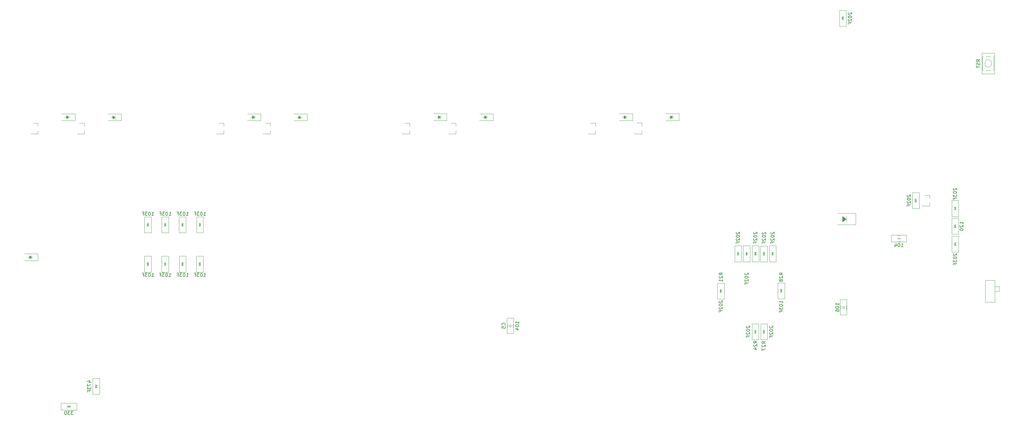
<source format=gbr>
%TF.GenerationSoftware,KiCad,Pcbnew,7.0.1*%
%TF.CreationDate,2024-04-02T15:52:51+09:00*%
%TF.ProjectId,Lift_Main_V5.0,4c696674-5f4d-4616-996e-5f56352e302e,rev?*%
%TF.SameCoordinates,Original*%
%TF.FileFunction,Legend,Bot*%
%TF.FilePolarity,Positive*%
%FSLAX46Y46*%
G04 Gerber Fmt 4.6, Leading zero omitted, Abs format (unit mm)*
G04 Created by KiCad (PCBNEW 7.0.1) date 2024-04-02 15:52:51*
%MOMM*%
%LPD*%
G01*
G04 APERTURE LIST*
%ADD10C,0.150000*%
%ADD11C,0.120000*%
%ADD12C,0.200000*%
%ADD13C,0.100000*%
G04 APERTURE END LIST*
D10*
%TO.C,R10*%
X92045713Y-369952619D02*
X91426666Y-369952619D01*
X91426666Y-369952619D02*
X91759999Y-370333571D01*
X91759999Y-370333571D02*
X91617142Y-370333571D01*
X91617142Y-370333571D02*
X91521904Y-370381190D01*
X91521904Y-370381190D02*
X91474285Y-370428809D01*
X91474285Y-370428809D02*
X91426666Y-370524047D01*
X91426666Y-370524047D02*
X91426666Y-370762142D01*
X91426666Y-370762142D02*
X91474285Y-370857380D01*
X91474285Y-370857380D02*
X91521904Y-370905000D01*
X91521904Y-370905000D02*
X91617142Y-370952619D01*
X91617142Y-370952619D02*
X91902856Y-370952619D01*
X91902856Y-370952619D02*
X91998094Y-370905000D01*
X91998094Y-370905000D02*
X92045713Y-370857380D01*
X91093332Y-369952619D02*
X90474285Y-369952619D01*
X90474285Y-369952619D02*
X90807618Y-370333571D01*
X90807618Y-370333571D02*
X90664761Y-370333571D01*
X90664761Y-370333571D02*
X90569523Y-370381190D01*
X90569523Y-370381190D02*
X90521904Y-370428809D01*
X90521904Y-370428809D02*
X90474285Y-370524047D01*
X90474285Y-370524047D02*
X90474285Y-370762142D01*
X90474285Y-370762142D02*
X90521904Y-370857380D01*
X90521904Y-370857380D02*
X90569523Y-370905000D01*
X90569523Y-370905000D02*
X90664761Y-370952619D01*
X90664761Y-370952619D02*
X90950475Y-370952619D01*
X90950475Y-370952619D02*
X91045713Y-370905000D01*
X91045713Y-370905000D02*
X91093332Y-370857380D01*
X89855237Y-369952619D02*
X89759999Y-369952619D01*
X89759999Y-369952619D02*
X89664761Y-370000238D01*
X89664761Y-370000238D02*
X89617142Y-370047857D01*
X89617142Y-370047857D02*
X89569523Y-370143095D01*
X89569523Y-370143095D02*
X89521904Y-370333571D01*
X89521904Y-370333571D02*
X89521904Y-370571666D01*
X89521904Y-370571666D02*
X89569523Y-370762142D01*
X89569523Y-370762142D02*
X89617142Y-370857380D01*
X89617142Y-370857380D02*
X89664761Y-370905000D01*
X89664761Y-370905000D02*
X89759999Y-370952619D01*
X89759999Y-370952619D02*
X89855237Y-370952619D01*
X89855237Y-370952619D02*
X89950475Y-370905000D01*
X89950475Y-370905000D02*
X89998094Y-370857380D01*
X89998094Y-370857380D02*
X90045713Y-370762142D01*
X90045713Y-370762142D02*
X90093332Y-370571666D01*
X90093332Y-370571666D02*
X90093332Y-370333571D01*
X90093332Y-370333571D02*
X90045713Y-370143095D01*
X90045713Y-370143095D02*
X89998094Y-370047857D01*
X89998094Y-370047857D02*
X89950475Y-370000238D01*
X89950475Y-370000238D02*
X89855237Y-369952619D01*
%TO.C,R19*%
X96545952Y-361449523D02*
X97212619Y-361449523D01*
X96165000Y-361211428D02*
X96879285Y-360973333D01*
X96879285Y-360973333D02*
X96879285Y-361592380D01*
X96212619Y-361878095D02*
X96212619Y-362544761D01*
X96212619Y-362544761D02*
X97212619Y-362116190D01*
X96212619Y-362830476D02*
X96212619Y-363449523D01*
X96212619Y-363449523D02*
X96593571Y-363116190D01*
X96593571Y-363116190D02*
X96593571Y-363259047D01*
X96593571Y-363259047D02*
X96641190Y-363354285D01*
X96641190Y-363354285D02*
X96688809Y-363401904D01*
X96688809Y-363401904D02*
X96784047Y-363449523D01*
X96784047Y-363449523D02*
X97022142Y-363449523D01*
X97022142Y-363449523D02*
X97117380Y-363401904D01*
X97117380Y-363401904D02*
X97165000Y-363354285D01*
X97165000Y-363354285D02*
X97212619Y-363259047D01*
X97212619Y-363259047D02*
X97212619Y-362973333D01*
X97212619Y-362973333D02*
X97165000Y-362878095D01*
X97165000Y-362878095D02*
X97117380Y-362830476D01*
X96688809Y-364211428D02*
X96688809Y-363878095D01*
X97212619Y-363878095D02*
X96212619Y-363878095D01*
X96212619Y-363878095D02*
X96212619Y-364354285D01*
%TO.C,R22*%
X125195238Y-312462619D02*
X125766666Y-312462619D01*
X125480952Y-312462619D02*
X125480952Y-311462619D01*
X125480952Y-311462619D02*
X125576190Y-311605476D01*
X125576190Y-311605476D02*
X125671428Y-311700714D01*
X125671428Y-311700714D02*
X125766666Y-311748333D01*
X124576190Y-311462619D02*
X124480952Y-311462619D01*
X124480952Y-311462619D02*
X124385714Y-311510238D01*
X124385714Y-311510238D02*
X124338095Y-311557857D01*
X124338095Y-311557857D02*
X124290476Y-311653095D01*
X124290476Y-311653095D02*
X124242857Y-311843571D01*
X124242857Y-311843571D02*
X124242857Y-312081666D01*
X124242857Y-312081666D02*
X124290476Y-312272142D01*
X124290476Y-312272142D02*
X124338095Y-312367380D01*
X124338095Y-312367380D02*
X124385714Y-312415000D01*
X124385714Y-312415000D02*
X124480952Y-312462619D01*
X124480952Y-312462619D02*
X124576190Y-312462619D01*
X124576190Y-312462619D02*
X124671428Y-312415000D01*
X124671428Y-312415000D02*
X124719047Y-312367380D01*
X124719047Y-312367380D02*
X124766666Y-312272142D01*
X124766666Y-312272142D02*
X124814285Y-312081666D01*
X124814285Y-312081666D02*
X124814285Y-311843571D01*
X124814285Y-311843571D02*
X124766666Y-311653095D01*
X124766666Y-311653095D02*
X124719047Y-311557857D01*
X124719047Y-311557857D02*
X124671428Y-311510238D01*
X124671428Y-311510238D02*
X124576190Y-311462619D01*
X123909523Y-311462619D02*
X123290476Y-311462619D01*
X123290476Y-311462619D02*
X123623809Y-311843571D01*
X123623809Y-311843571D02*
X123480952Y-311843571D01*
X123480952Y-311843571D02*
X123385714Y-311891190D01*
X123385714Y-311891190D02*
X123338095Y-311938809D01*
X123338095Y-311938809D02*
X123290476Y-312034047D01*
X123290476Y-312034047D02*
X123290476Y-312272142D01*
X123290476Y-312272142D02*
X123338095Y-312367380D01*
X123338095Y-312367380D02*
X123385714Y-312415000D01*
X123385714Y-312415000D02*
X123480952Y-312462619D01*
X123480952Y-312462619D02*
X123766666Y-312462619D01*
X123766666Y-312462619D02*
X123861904Y-312415000D01*
X123861904Y-312415000D02*
X123909523Y-312367380D01*
X122528571Y-311938809D02*
X122861904Y-311938809D01*
X122861904Y-312462619D02*
X122861904Y-311462619D01*
X122861904Y-311462619D02*
X122385714Y-311462619D01*
%TO.C,R25*%
X130295238Y-312462619D02*
X130866666Y-312462619D01*
X130580952Y-312462619D02*
X130580952Y-311462619D01*
X130580952Y-311462619D02*
X130676190Y-311605476D01*
X130676190Y-311605476D02*
X130771428Y-311700714D01*
X130771428Y-311700714D02*
X130866666Y-311748333D01*
X129676190Y-311462619D02*
X129580952Y-311462619D01*
X129580952Y-311462619D02*
X129485714Y-311510238D01*
X129485714Y-311510238D02*
X129438095Y-311557857D01*
X129438095Y-311557857D02*
X129390476Y-311653095D01*
X129390476Y-311653095D02*
X129342857Y-311843571D01*
X129342857Y-311843571D02*
X129342857Y-312081666D01*
X129342857Y-312081666D02*
X129390476Y-312272142D01*
X129390476Y-312272142D02*
X129438095Y-312367380D01*
X129438095Y-312367380D02*
X129485714Y-312415000D01*
X129485714Y-312415000D02*
X129580952Y-312462619D01*
X129580952Y-312462619D02*
X129676190Y-312462619D01*
X129676190Y-312462619D02*
X129771428Y-312415000D01*
X129771428Y-312415000D02*
X129819047Y-312367380D01*
X129819047Y-312367380D02*
X129866666Y-312272142D01*
X129866666Y-312272142D02*
X129914285Y-312081666D01*
X129914285Y-312081666D02*
X129914285Y-311843571D01*
X129914285Y-311843571D02*
X129866666Y-311653095D01*
X129866666Y-311653095D02*
X129819047Y-311557857D01*
X129819047Y-311557857D02*
X129771428Y-311510238D01*
X129771428Y-311510238D02*
X129676190Y-311462619D01*
X129009523Y-311462619D02*
X128390476Y-311462619D01*
X128390476Y-311462619D02*
X128723809Y-311843571D01*
X128723809Y-311843571D02*
X128580952Y-311843571D01*
X128580952Y-311843571D02*
X128485714Y-311891190D01*
X128485714Y-311891190D02*
X128438095Y-311938809D01*
X128438095Y-311938809D02*
X128390476Y-312034047D01*
X128390476Y-312034047D02*
X128390476Y-312272142D01*
X128390476Y-312272142D02*
X128438095Y-312367380D01*
X128438095Y-312367380D02*
X128485714Y-312415000D01*
X128485714Y-312415000D02*
X128580952Y-312462619D01*
X128580952Y-312462619D02*
X128866666Y-312462619D01*
X128866666Y-312462619D02*
X128961904Y-312415000D01*
X128961904Y-312415000D02*
X129009523Y-312367380D01*
X127628571Y-311938809D02*
X127961904Y-311938809D01*
X127961904Y-312462619D02*
X127961904Y-311462619D01*
X127961904Y-311462619D02*
X127485714Y-311462619D01*
%TO.C,R2*%
X296727857Y-317353333D02*
X296680238Y-317400952D01*
X296680238Y-317400952D02*
X296632619Y-317496190D01*
X296632619Y-317496190D02*
X296632619Y-317734285D01*
X296632619Y-317734285D02*
X296680238Y-317829523D01*
X296680238Y-317829523D02*
X296727857Y-317877142D01*
X296727857Y-317877142D02*
X296823095Y-317924761D01*
X296823095Y-317924761D02*
X296918333Y-317924761D01*
X296918333Y-317924761D02*
X297061190Y-317877142D01*
X297061190Y-317877142D02*
X297632619Y-317305714D01*
X297632619Y-317305714D02*
X297632619Y-317924761D01*
X296632619Y-318543809D02*
X296632619Y-318639047D01*
X296632619Y-318639047D02*
X296680238Y-318734285D01*
X296680238Y-318734285D02*
X296727857Y-318781904D01*
X296727857Y-318781904D02*
X296823095Y-318829523D01*
X296823095Y-318829523D02*
X297013571Y-318877142D01*
X297013571Y-318877142D02*
X297251666Y-318877142D01*
X297251666Y-318877142D02*
X297442142Y-318829523D01*
X297442142Y-318829523D02*
X297537380Y-318781904D01*
X297537380Y-318781904D02*
X297585000Y-318734285D01*
X297585000Y-318734285D02*
X297632619Y-318639047D01*
X297632619Y-318639047D02*
X297632619Y-318543809D01*
X297632619Y-318543809D02*
X297585000Y-318448571D01*
X297585000Y-318448571D02*
X297537380Y-318400952D01*
X297537380Y-318400952D02*
X297442142Y-318353333D01*
X297442142Y-318353333D02*
X297251666Y-318305714D01*
X297251666Y-318305714D02*
X297013571Y-318305714D01*
X297013571Y-318305714D02*
X296823095Y-318353333D01*
X296823095Y-318353333D02*
X296727857Y-318400952D01*
X296727857Y-318400952D02*
X296680238Y-318448571D01*
X296680238Y-318448571D02*
X296632619Y-318543809D01*
X296727857Y-319258095D02*
X296680238Y-319305714D01*
X296680238Y-319305714D02*
X296632619Y-319400952D01*
X296632619Y-319400952D02*
X296632619Y-319639047D01*
X296632619Y-319639047D02*
X296680238Y-319734285D01*
X296680238Y-319734285D02*
X296727857Y-319781904D01*
X296727857Y-319781904D02*
X296823095Y-319829523D01*
X296823095Y-319829523D02*
X296918333Y-319829523D01*
X296918333Y-319829523D02*
X297061190Y-319781904D01*
X297061190Y-319781904D02*
X297632619Y-319210476D01*
X297632619Y-319210476D02*
X297632619Y-319829523D01*
X297108809Y-320591428D02*
X297108809Y-320258095D01*
X297632619Y-320258095D02*
X296632619Y-320258095D01*
X296632619Y-320258095D02*
X296632619Y-320734285D01*
%TO.C,R5*%
X115035238Y-312462619D02*
X115606666Y-312462619D01*
X115320952Y-312462619D02*
X115320952Y-311462619D01*
X115320952Y-311462619D02*
X115416190Y-311605476D01*
X115416190Y-311605476D02*
X115511428Y-311700714D01*
X115511428Y-311700714D02*
X115606666Y-311748333D01*
X114416190Y-311462619D02*
X114320952Y-311462619D01*
X114320952Y-311462619D02*
X114225714Y-311510238D01*
X114225714Y-311510238D02*
X114178095Y-311557857D01*
X114178095Y-311557857D02*
X114130476Y-311653095D01*
X114130476Y-311653095D02*
X114082857Y-311843571D01*
X114082857Y-311843571D02*
X114082857Y-312081666D01*
X114082857Y-312081666D02*
X114130476Y-312272142D01*
X114130476Y-312272142D02*
X114178095Y-312367380D01*
X114178095Y-312367380D02*
X114225714Y-312415000D01*
X114225714Y-312415000D02*
X114320952Y-312462619D01*
X114320952Y-312462619D02*
X114416190Y-312462619D01*
X114416190Y-312462619D02*
X114511428Y-312415000D01*
X114511428Y-312415000D02*
X114559047Y-312367380D01*
X114559047Y-312367380D02*
X114606666Y-312272142D01*
X114606666Y-312272142D02*
X114654285Y-312081666D01*
X114654285Y-312081666D02*
X114654285Y-311843571D01*
X114654285Y-311843571D02*
X114606666Y-311653095D01*
X114606666Y-311653095D02*
X114559047Y-311557857D01*
X114559047Y-311557857D02*
X114511428Y-311510238D01*
X114511428Y-311510238D02*
X114416190Y-311462619D01*
X113749523Y-311462619D02*
X113130476Y-311462619D01*
X113130476Y-311462619D02*
X113463809Y-311843571D01*
X113463809Y-311843571D02*
X113320952Y-311843571D01*
X113320952Y-311843571D02*
X113225714Y-311891190D01*
X113225714Y-311891190D02*
X113178095Y-311938809D01*
X113178095Y-311938809D02*
X113130476Y-312034047D01*
X113130476Y-312034047D02*
X113130476Y-312272142D01*
X113130476Y-312272142D02*
X113178095Y-312367380D01*
X113178095Y-312367380D02*
X113225714Y-312415000D01*
X113225714Y-312415000D02*
X113320952Y-312462619D01*
X113320952Y-312462619D02*
X113606666Y-312462619D01*
X113606666Y-312462619D02*
X113701904Y-312415000D01*
X113701904Y-312415000D02*
X113749523Y-312367380D01*
X112368571Y-311938809D02*
X112701904Y-311938809D01*
X112701904Y-312462619D02*
X112701904Y-311462619D01*
X112701904Y-311462619D02*
X112225714Y-311462619D01*
%TO.C,R7*%
X294177857Y-317363333D02*
X294130238Y-317410952D01*
X294130238Y-317410952D02*
X294082619Y-317506190D01*
X294082619Y-317506190D02*
X294082619Y-317744285D01*
X294082619Y-317744285D02*
X294130238Y-317839523D01*
X294130238Y-317839523D02*
X294177857Y-317887142D01*
X294177857Y-317887142D02*
X294273095Y-317934761D01*
X294273095Y-317934761D02*
X294368333Y-317934761D01*
X294368333Y-317934761D02*
X294511190Y-317887142D01*
X294511190Y-317887142D02*
X295082619Y-317315714D01*
X295082619Y-317315714D02*
X295082619Y-317934761D01*
X294082619Y-318553809D02*
X294082619Y-318649047D01*
X294082619Y-318649047D02*
X294130238Y-318744285D01*
X294130238Y-318744285D02*
X294177857Y-318791904D01*
X294177857Y-318791904D02*
X294273095Y-318839523D01*
X294273095Y-318839523D02*
X294463571Y-318887142D01*
X294463571Y-318887142D02*
X294701666Y-318887142D01*
X294701666Y-318887142D02*
X294892142Y-318839523D01*
X294892142Y-318839523D02*
X294987380Y-318791904D01*
X294987380Y-318791904D02*
X295035000Y-318744285D01*
X295035000Y-318744285D02*
X295082619Y-318649047D01*
X295082619Y-318649047D02*
X295082619Y-318553809D01*
X295082619Y-318553809D02*
X295035000Y-318458571D01*
X295035000Y-318458571D02*
X294987380Y-318410952D01*
X294987380Y-318410952D02*
X294892142Y-318363333D01*
X294892142Y-318363333D02*
X294701666Y-318315714D01*
X294701666Y-318315714D02*
X294463571Y-318315714D01*
X294463571Y-318315714D02*
X294273095Y-318363333D01*
X294273095Y-318363333D02*
X294177857Y-318410952D01*
X294177857Y-318410952D02*
X294130238Y-318458571D01*
X294130238Y-318458571D02*
X294082619Y-318553809D01*
X294177857Y-319268095D02*
X294130238Y-319315714D01*
X294130238Y-319315714D02*
X294082619Y-319410952D01*
X294082619Y-319410952D02*
X294082619Y-319649047D01*
X294082619Y-319649047D02*
X294130238Y-319744285D01*
X294130238Y-319744285D02*
X294177857Y-319791904D01*
X294177857Y-319791904D02*
X294273095Y-319839523D01*
X294273095Y-319839523D02*
X294368333Y-319839523D01*
X294368333Y-319839523D02*
X294511190Y-319791904D01*
X294511190Y-319791904D02*
X295082619Y-319220476D01*
X295082619Y-319220476D02*
X295082619Y-319839523D01*
X294558809Y-320601428D02*
X294558809Y-320268095D01*
X295082619Y-320268095D02*
X294082619Y-320268095D01*
X294082619Y-320268095D02*
X294082619Y-320744285D01*
%TO.C,C21*%
X316592619Y-338773333D02*
X316592619Y-338201905D01*
X316592619Y-338487619D02*
X315592619Y-338487619D01*
X315592619Y-338487619D02*
X315735476Y-338392381D01*
X315735476Y-338392381D02*
X315830714Y-338297143D01*
X315830714Y-338297143D02*
X315878333Y-338201905D01*
X315592619Y-339392381D02*
X315592619Y-339487619D01*
X315592619Y-339487619D02*
X315640238Y-339582857D01*
X315640238Y-339582857D02*
X315687857Y-339630476D01*
X315687857Y-339630476D02*
X315783095Y-339678095D01*
X315783095Y-339678095D02*
X315973571Y-339725714D01*
X315973571Y-339725714D02*
X316211666Y-339725714D01*
X316211666Y-339725714D02*
X316402142Y-339678095D01*
X316402142Y-339678095D02*
X316497380Y-339630476D01*
X316497380Y-339630476D02*
X316545000Y-339582857D01*
X316545000Y-339582857D02*
X316592619Y-339487619D01*
X316592619Y-339487619D02*
X316592619Y-339392381D01*
X316592619Y-339392381D02*
X316545000Y-339297143D01*
X316545000Y-339297143D02*
X316497380Y-339249524D01*
X316497380Y-339249524D02*
X316402142Y-339201905D01*
X316402142Y-339201905D02*
X316211666Y-339154286D01*
X316211666Y-339154286D02*
X315973571Y-339154286D01*
X315973571Y-339154286D02*
X315783095Y-339201905D01*
X315783095Y-339201905D02*
X315687857Y-339249524D01*
X315687857Y-339249524D02*
X315640238Y-339297143D01*
X315640238Y-339297143D02*
X315592619Y-339392381D01*
X315592619Y-340582857D02*
X315592619Y-340392381D01*
X315592619Y-340392381D02*
X315640238Y-340297143D01*
X315640238Y-340297143D02*
X315687857Y-340249524D01*
X315687857Y-340249524D02*
X315830714Y-340154286D01*
X315830714Y-340154286D02*
X316021190Y-340106667D01*
X316021190Y-340106667D02*
X316402142Y-340106667D01*
X316402142Y-340106667D02*
X316497380Y-340154286D01*
X316497380Y-340154286D02*
X316545000Y-340201905D01*
X316545000Y-340201905D02*
X316592619Y-340297143D01*
X316592619Y-340297143D02*
X316592619Y-340487619D01*
X316592619Y-340487619D02*
X316545000Y-340582857D01*
X316545000Y-340582857D02*
X316497380Y-340630476D01*
X316497380Y-340630476D02*
X316402142Y-340678095D01*
X316402142Y-340678095D02*
X316164047Y-340678095D01*
X316164047Y-340678095D02*
X316068809Y-340630476D01*
X316068809Y-340630476D02*
X316021190Y-340582857D01*
X316021190Y-340582857D02*
X315973571Y-340487619D01*
X315973571Y-340487619D02*
X315973571Y-340297143D01*
X315973571Y-340297143D02*
X316021190Y-340201905D01*
X316021190Y-340201905D02*
X316068809Y-340154286D01*
X316068809Y-340154286D02*
X316164047Y-340106667D01*
%TO.C,R4*%
X350217857Y-304460833D02*
X350170238Y-304508452D01*
X350170238Y-304508452D02*
X350122619Y-304603690D01*
X350122619Y-304603690D02*
X350122619Y-304841785D01*
X350122619Y-304841785D02*
X350170238Y-304937023D01*
X350170238Y-304937023D02*
X350217857Y-304984642D01*
X350217857Y-304984642D02*
X350313095Y-305032261D01*
X350313095Y-305032261D02*
X350408333Y-305032261D01*
X350408333Y-305032261D02*
X350551190Y-304984642D01*
X350551190Y-304984642D02*
X351122619Y-304413214D01*
X351122619Y-304413214D02*
X351122619Y-305032261D01*
X350122619Y-305651309D02*
X350122619Y-305746547D01*
X350122619Y-305746547D02*
X350170238Y-305841785D01*
X350170238Y-305841785D02*
X350217857Y-305889404D01*
X350217857Y-305889404D02*
X350313095Y-305937023D01*
X350313095Y-305937023D02*
X350503571Y-305984642D01*
X350503571Y-305984642D02*
X350741666Y-305984642D01*
X350741666Y-305984642D02*
X350932142Y-305937023D01*
X350932142Y-305937023D02*
X351027380Y-305889404D01*
X351027380Y-305889404D02*
X351075000Y-305841785D01*
X351075000Y-305841785D02*
X351122619Y-305746547D01*
X351122619Y-305746547D02*
X351122619Y-305651309D01*
X351122619Y-305651309D02*
X351075000Y-305556071D01*
X351075000Y-305556071D02*
X351027380Y-305508452D01*
X351027380Y-305508452D02*
X350932142Y-305460833D01*
X350932142Y-305460833D02*
X350741666Y-305413214D01*
X350741666Y-305413214D02*
X350503571Y-305413214D01*
X350503571Y-305413214D02*
X350313095Y-305460833D01*
X350313095Y-305460833D02*
X350217857Y-305508452D01*
X350217857Y-305508452D02*
X350170238Y-305556071D01*
X350170238Y-305556071D02*
X350122619Y-305651309D01*
X350122619Y-306317976D02*
X350122619Y-306937023D01*
X350122619Y-306937023D02*
X350503571Y-306603690D01*
X350503571Y-306603690D02*
X350503571Y-306746547D01*
X350503571Y-306746547D02*
X350551190Y-306841785D01*
X350551190Y-306841785D02*
X350598809Y-306889404D01*
X350598809Y-306889404D02*
X350694047Y-306937023D01*
X350694047Y-306937023D02*
X350932142Y-306937023D01*
X350932142Y-306937023D02*
X351027380Y-306889404D01*
X351027380Y-306889404D02*
X351075000Y-306841785D01*
X351075000Y-306841785D02*
X351122619Y-306746547D01*
X351122619Y-306746547D02*
X351122619Y-306460833D01*
X351122619Y-306460833D02*
X351075000Y-306365595D01*
X351075000Y-306365595D02*
X351027380Y-306317976D01*
X350598809Y-307698928D02*
X350598809Y-307365595D01*
X351122619Y-307365595D02*
X350122619Y-307365595D01*
X350122619Y-307365595D02*
X350122619Y-307841785D01*
%TO.C,R26*%
X130275238Y-330412619D02*
X130846666Y-330412619D01*
X130560952Y-330412619D02*
X130560952Y-329412619D01*
X130560952Y-329412619D02*
X130656190Y-329555476D01*
X130656190Y-329555476D02*
X130751428Y-329650714D01*
X130751428Y-329650714D02*
X130846666Y-329698333D01*
X129656190Y-329412619D02*
X129560952Y-329412619D01*
X129560952Y-329412619D02*
X129465714Y-329460238D01*
X129465714Y-329460238D02*
X129418095Y-329507857D01*
X129418095Y-329507857D02*
X129370476Y-329603095D01*
X129370476Y-329603095D02*
X129322857Y-329793571D01*
X129322857Y-329793571D02*
X129322857Y-330031666D01*
X129322857Y-330031666D02*
X129370476Y-330222142D01*
X129370476Y-330222142D02*
X129418095Y-330317380D01*
X129418095Y-330317380D02*
X129465714Y-330365000D01*
X129465714Y-330365000D02*
X129560952Y-330412619D01*
X129560952Y-330412619D02*
X129656190Y-330412619D01*
X129656190Y-330412619D02*
X129751428Y-330365000D01*
X129751428Y-330365000D02*
X129799047Y-330317380D01*
X129799047Y-330317380D02*
X129846666Y-330222142D01*
X129846666Y-330222142D02*
X129894285Y-330031666D01*
X129894285Y-330031666D02*
X129894285Y-329793571D01*
X129894285Y-329793571D02*
X129846666Y-329603095D01*
X129846666Y-329603095D02*
X129799047Y-329507857D01*
X129799047Y-329507857D02*
X129751428Y-329460238D01*
X129751428Y-329460238D02*
X129656190Y-329412619D01*
X128989523Y-329412619D02*
X128370476Y-329412619D01*
X128370476Y-329412619D02*
X128703809Y-329793571D01*
X128703809Y-329793571D02*
X128560952Y-329793571D01*
X128560952Y-329793571D02*
X128465714Y-329841190D01*
X128465714Y-329841190D02*
X128418095Y-329888809D01*
X128418095Y-329888809D02*
X128370476Y-329984047D01*
X128370476Y-329984047D02*
X128370476Y-330222142D01*
X128370476Y-330222142D02*
X128418095Y-330317380D01*
X128418095Y-330317380D02*
X128465714Y-330365000D01*
X128465714Y-330365000D02*
X128560952Y-330412619D01*
X128560952Y-330412619D02*
X128846666Y-330412619D01*
X128846666Y-330412619D02*
X128941904Y-330365000D01*
X128941904Y-330365000D02*
X128989523Y-330317380D01*
X127608571Y-329888809D02*
X127941904Y-329888809D01*
X127941904Y-330412619D02*
X127941904Y-329412619D01*
X127941904Y-329412619D02*
X127465714Y-329412619D01*
%TO.C,R21*%
X282482619Y-329927142D02*
X282006428Y-329593809D01*
X282482619Y-329355714D02*
X281482619Y-329355714D01*
X281482619Y-329355714D02*
X281482619Y-329736666D01*
X281482619Y-329736666D02*
X281530238Y-329831904D01*
X281530238Y-329831904D02*
X281577857Y-329879523D01*
X281577857Y-329879523D02*
X281673095Y-329927142D01*
X281673095Y-329927142D02*
X281815952Y-329927142D01*
X281815952Y-329927142D02*
X281911190Y-329879523D01*
X281911190Y-329879523D02*
X281958809Y-329831904D01*
X281958809Y-329831904D02*
X282006428Y-329736666D01*
X282006428Y-329736666D02*
X282006428Y-329355714D01*
X281577857Y-330308095D02*
X281530238Y-330355714D01*
X281530238Y-330355714D02*
X281482619Y-330450952D01*
X281482619Y-330450952D02*
X281482619Y-330689047D01*
X281482619Y-330689047D02*
X281530238Y-330784285D01*
X281530238Y-330784285D02*
X281577857Y-330831904D01*
X281577857Y-330831904D02*
X281673095Y-330879523D01*
X281673095Y-330879523D02*
X281768333Y-330879523D01*
X281768333Y-330879523D02*
X281911190Y-330831904D01*
X281911190Y-330831904D02*
X282482619Y-330260476D01*
X282482619Y-330260476D02*
X282482619Y-330879523D01*
X282482619Y-331831904D02*
X282482619Y-331260476D01*
X282482619Y-331546190D02*
X281482619Y-331546190D01*
X281482619Y-331546190D02*
X281625476Y-331450952D01*
X281625476Y-331450952D02*
X281720714Y-331355714D01*
X281720714Y-331355714D02*
X281768333Y-331260476D01*
X281527857Y-337503333D02*
X281480238Y-337550952D01*
X281480238Y-337550952D02*
X281432619Y-337646190D01*
X281432619Y-337646190D02*
X281432619Y-337884285D01*
X281432619Y-337884285D02*
X281480238Y-337979523D01*
X281480238Y-337979523D02*
X281527857Y-338027142D01*
X281527857Y-338027142D02*
X281623095Y-338074761D01*
X281623095Y-338074761D02*
X281718333Y-338074761D01*
X281718333Y-338074761D02*
X281861190Y-338027142D01*
X281861190Y-338027142D02*
X282432619Y-337455714D01*
X282432619Y-337455714D02*
X282432619Y-338074761D01*
X281432619Y-338693809D02*
X281432619Y-338789047D01*
X281432619Y-338789047D02*
X281480238Y-338884285D01*
X281480238Y-338884285D02*
X281527857Y-338931904D01*
X281527857Y-338931904D02*
X281623095Y-338979523D01*
X281623095Y-338979523D02*
X281813571Y-339027142D01*
X281813571Y-339027142D02*
X282051666Y-339027142D01*
X282051666Y-339027142D02*
X282242142Y-338979523D01*
X282242142Y-338979523D02*
X282337380Y-338931904D01*
X282337380Y-338931904D02*
X282385000Y-338884285D01*
X282385000Y-338884285D02*
X282432619Y-338789047D01*
X282432619Y-338789047D02*
X282432619Y-338693809D01*
X282432619Y-338693809D02*
X282385000Y-338598571D01*
X282385000Y-338598571D02*
X282337380Y-338550952D01*
X282337380Y-338550952D02*
X282242142Y-338503333D01*
X282242142Y-338503333D02*
X282051666Y-338455714D01*
X282051666Y-338455714D02*
X281813571Y-338455714D01*
X281813571Y-338455714D02*
X281623095Y-338503333D01*
X281623095Y-338503333D02*
X281527857Y-338550952D01*
X281527857Y-338550952D02*
X281480238Y-338598571D01*
X281480238Y-338598571D02*
X281432619Y-338693809D01*
X281527857Y-339408095D02*
X281480238Y-339455714D01*
X281480238Y-339455714D02*
X281432619Y-339550952D01*
X281432619Y-339550952D02*
X281432619Y-339789047D01*
X281432619Y-339789047D02*
X281480238Y-339884285D01*
X281480238Y-339884285D02*
X281527857Y-339931904D01*
X281527857Y-339931904D02*
X281623095Y-339979523D01*
X281623095Y-339979523D02*
X281718333Y-339979523D01*
X281718333Y-339979523D02*
X281861190Y-339931904D01*
X281861190Y-339931904D02*
X282432619Y-339360476D01*
X282432619Y-339360476D02*
X282432619Y-339979523D01*
X281908809Y-340741428D02*
X281908809Y-340408095D01*
X282432619Y-340408095D02*
X281432619Y-340408095D01*
X281432619Y-340408095D02*
X281432619Y-340884285D01*
%TO.C,R6*%
X353047619Y-314960833D02*
X353047619Y-314389405D01*
X353047619Y-314675119D02*
X352047619Y-314675119D01*
X352047619Y-314675119D02*
X352190476Y-314579881D01*
X352190476Y-314579881D02*
X352285714Y-314484643D01*
X352285714Y-314484643D02*
X352333333Y-314389405D01*
X352142857Y-315341786D02*
X352095238Y-315389405D01*
X352095238Y-315389405D02*
X352047619Y-315484643D01*
X352047619Y-315484643D02*
X352047619Y-315722738D01*
X352047619Y-315722738D02*
X352095238Y-315817976D01*
X352095238Y-315817976D02*
X352142857Y-315865595D01*
X352142857Y-315865595D02*
X352238095Y-315913214D01*
X352238095Y-315913214D02*
X352333333Y-315913214D01*
X352333333Y-315913214D02*
X352476190Y-315865595D01*
X352476190Y-315865595D02*
X353047619Y-315294167D01*
X353047619Y-315294167D02*
X353047619Y-315913214D01*
X352047619Y-316532262D02*
X352047619Y-316627500D01*
X352047619Y-316627500D02*
X352095238Y-316722738D01*
X352095238Y-316722738D02*
X352142857Y-316770357D01*
X352142857Y-316770357D02*
X352238095Y-316817976D01*
X352238095Y-316817976D02*
X352428571Y-316865595D01*
X352428571Y-316865595D02*
X352666666Y-316865595D01*
X352666666Y-316865595D02*
X352857142Y-316817976D01*
X352857142Y-316817976D02*
X352952380Y-316770357D01*
X352952380Y-316770357D02*
X353000000Y-316722738D01*
X353000000Y-316722738D02*
X353047619Y-316627500D01*
X353047619Y-316627500D02*
X353047619Y-316532262D01*
X353047619Y-316532262D02*
X353000000Y-316437024D01*
X353000000Y-316437024D02*
X352952380Y-316389405D01*
X352952380Y-316389405D02*
X352857142Y-316341786D01*
X352857142Y-316341786D02*
X352666666Y-316294167D01*
X352666666Y-316294167D02*
X352428571Y-316294167D01*
X352428571Y-316294167D02*
X352238095Y-316341786D01*
X352238095Y-316341786D02*
X352142857Y-316389405D01*
X352142857Y-316389405D02*
X352095238Y-316437024D01*
X352095238Y-316437024D02*
X352047619Y-316532262D01*
%TO.C,C5*%
X218657380Y-344703333D02*
X218705000Y-344655714D01*
X218705000Y-344655714D02*
X218752619Y-344512857D01*
X218752619Y-344512857D02*
X218752619Y-344417619D01*
X218752619Y-344417619D02*
X218705000Y-344274762D01*
X218705000Y-344274762D02*
X218609761Y-344179524D01*
X218609761Y-344179524D02*
X218514523Y-344131905D01*
X218514523Y-344131905D02*
X218324047Y-344084286D01*
X218324047Y-344084286D02*
X218181190Y-344084286D01*
X218181190Y-344084286D02*
X217990714Y-344131905D01*
X217990714Y-344131905D02*
X217895476Y-344179524D01*
X217895476Y-344179524D02*
X217800238Y-344274762D01*
X217800238Y-344274762D02*
X217752619Y-344417619D01*
X217752619Y-344417619D02*
X217752619Y-344512857D01*
X217752619Y-344512857D02*
X217800238Y-344655714D01*
X217800238Y-344655714D02*
X217847857Y-344703333D01*
X217752619Y-345608095D02*
X217752619Y-345131905D01*
X217752619Y-345131905D02*
X218228809Y-345084286D01*
X218228809Y-345084286D02*
X218181190Y-345131905D01*
X218181190Y-345131905D02*
X218133571Y-345227143D01*
X218133571Y-345227143D02*
X218133571Y-345465238D01*
X218133571Y-345465238D02*
X218181190Y-345560476D01*
X218181190Y-345560476D02*
X218228809Y-345608095D01*
X218228809Y-345608095D02*
X218324047Y-345655714D01*
X218324047Y-345655714D02*
X218562142Y-345655714D01*
X218562142Y-345655714D02*
X218657380Y-345608095D01*
X218657380Y-345608095D02*
X218705000Y-345560476D01*
X218705000Y-345560476D02*
X218752619Y-345465238D01*
X218752619Y-345465238D02*
X218752619Y-345227143D01*
X218752619Y-345227143D02*
X218705000Y-345131905D01*
X218705000Y-345131905D02*
X218657380Y-345084286D01*
X222712619Y-344193333D02*
X222712619Y-343621905D01*
X222712619Y-343907619D02*
X221712619Y-343907619D01*
X221712619Y-343907619D02*
X221855476Y-343812381D01*
X221855476Y-343812381D02*
X221950714Y-343717143D01*
X221950714Y-343717143D02*
X221998333Y-343621905D01*
X221712619Y-344812381D02*
X221712619Y-344907619D01*
X221712619Y-344907619D02*
X221760238Y-345002857D01*
X221760238Y-345002857D02*
X221807857Y-345050476D01*
X221807857Y-345050476D02*
X221903095Y-345098095D01*
X221903095Y-345098095D02*
X222093571Y-345145714D01*
X222093571Y-345145714D02*
X222331666Y-345145714D01*
X222331666Y-345145714D02*
X222522142Y-345098095D01*
X222522142Y-345098095D02*
X222617380Y-345050476D01*
X222617380Y-345050476D02*
X222665000Y-345002857D01*
X222665000Y-345002857D02*
X222712619Y-344907619D01*
X222712619Y-344907619D02*
X222712619Y-344812381D01*
X222712619Y-344812381D02*
X222665000Y-344717143D01*
X222665000Y-344717143D02*
X222617380Y-344669524D01*
X222617380Y-344669524D02*
X222522142Y-344621905D01*
X222522142Y-344621905D02*
X222331666Y-344574286D01*
X222331666Y-344574286D02*
X222093571Y-344574286D01*
X222093571Y-344574286D02*
X221903095Y-344621905D01*
X221903095Y-344621905D02*
X221807857Y-344669524D01*
X221807857Y-344669524D02*
X221760238Y-344717143D01*
X221760238Y-344717143D02*
X221712619Y-344812381D01*
X222045952Y-346002857D02*
X222712619Y-346002857D01*
X221665000Y-345764762D02*
X222379285Y-345526667D01*
X222379285Y-345526667D02*
X222379285Y-346145714D01*
%TO.C,SW4*%
X357912619Y-267292380D02*
X357436428Y-266959047D01*
X357912619Y-266720952D02*
X356912619Y-266720952D01*
X356912619Y-266720952D02*
X356912619Y-267101904D01*
X356912619Y-267101904D02*
X356960238Y-267197142D01*
X356960238Y-267197142D02*
X357007857Y-267244761D01*
X357007857Y-267244761D02*
X357103095Y-267292380D01*
X357103095Y-267292380D02*
X357245952Y-267292380D01*
X357245952Y-267292380D02*
X357341190Y-267244761D01*
X357341190Y-267244761D02*
X357388809Y-267197142D01*
X357388809Y-267197142D02*
X357436428Y-267101904D01*
X357436428Y-267101904D02*
X357436428Y-266720952D01*
X357865000Y-267673333D02*
X357912619Y-267816190D01*
X357912619Y-267816190D02*
X357912619Y-268054285D01*
X357912619Y-268054285D02*
X357865000Y-268149523D01*
X357865000Y-268149523D02*
X357817380Y-268197142D01*
X357817380Y-268197142D02*
X357722142Y-268244761D01*
X357722142Y-268244761D02*
X357626904Y-268244761D01*
X357626904Y-268244761D02*
X357531666Y-268197142D01*
X357531666Y-268197142D02*
X357484047Y-268149523D01*
X357484047Y-268149523D02*
X357436428Y-268054285D01*
X357436428Y-268054285D02*
X357388809Y-267863809D01*
X357388809Y-267863809D02*
X357341190Y-267768571D01*
X357341190Y-267768571D02*
X357293571Y-267720952D01*
X357293571Y-267720952D02*
X357198333Y-267673333D01*
X357198333Y-267673333D02*
X357103095Y-267673333D01*
X357103095Y-267673333D02*
X357007857Y-267720952D01*
X357007857Y-267720952D02*
X356960238Y-267768571D01*
X356960238Y-267768571D02*
X356912619Y-267863809D01*
X356912619Y-267863809D02*
X356912619Y-268101904D01*
X356912619Y-268101904D02*
X356960238Y-268244761D01*
X356912619Y-268530476D02*
X356912619Y-269101904D01*
X357912619Y-268816190D02*
X356912619Y-268816190D01*
%TO.C,R11*%
X291677857Y-317353333D02*
X291630238Y-317400952D01*
X291630238Y-317400952D02*
X291582619Y-317496190D01*
X291582619Y-317496190D02*
X291582619Y-317734285D01*
X291582619Y-317734285D02*
X291630238Y-317829523D01*
X291630238Y-317829523D02*
X291677857Y-317877142D01*
X291677857Y-317877142D02*
X291773095Y-317924761D01*
X291773095Y-317924761D02*
X291868333Y-317924761D01*
X291868333Y-317924761D02*
X292011190Y-317877142D01*
X292011190Y-317877142D02*
X292582619Y-317305714D01*
X292582619Y-317305714D02*
X292582619Y-317924761D01*
X291582619Y-318543809D02*
X291582619Y-318639047D01*
X291582619Y-318639047D02*
X291630238Y-318734285D01*
X291630238Y-318734285D02*
X291677857Y-318781904D01*
X291677857Y-318781904D02*
X291773095Y-318829523D01*
X291773095Y-318829523D02*
X291963571Y-318877142D01*
X291963571Y-318877142D02*
X292201666Y-318877142D01*
X292201666Y-318877142D02*
X292392142Y-318829523D01*
X292392142Y-318829523D02*
X292487380Y-318781904D01*
X292487380Y-318781904D02*
X292535000Y-318734285D01*
X292535000Y-318734285D02*
X292582619Y-318639047D01*
X292582619Y-318639047D02*
X292582619Y-318543809D01*
X292582619Y-318543809D02*
X292535000Y-318448571D01*
X292535000Y-318448571D02*
X292487380Y-318400952D01*
X292487380Y-318400952D02*
X292392142Y-318353333D01*
X292392142Y-318353333D02*
X292201666Y-318305714D01*
X292201666Y-318305714D02*
X291963571Y-318305714D01*
X291963571Y-318305714D02*
X291773095Y-318353333D01*
X291773095Y-318353333D02*
X291677857Y-318400952D01*
X291677857Y-318400952D02*
X291630238Y-318448571D01*
X291630238Y-318448571D02*
X291582619Y-318543809D01*
X291677857Y-319258095D02*
X291630238Y-319305714D01*
X291630238Y-319305714D02*
X291582619Y-319400952D01*
X291582619Y-319400952D02*
X291582619Y-319639047D01*
X291582619Y-319639047D02*
X291630238Y-319734285D01*
X291630238Y-319734285D02*
X291677857Y-319781904D01*
X291677857Y-319781904D02*
X291773095Y-319829523D01*
X291773095Y-319829523D02*
X291868333Y-319829523D01*
X291868333Y-319829523D02*
X292011190Y-319781904D01*
X292011190Y-319781904D02*
X292582619Y-319210476D01*
X292582619Y-319210476D02*
X292582619Y-319829523D01*
X292058809Y-320591428D02*
X292058809Y-320258095D01*
X292582619Y-320258095D02*
X291582619Y-320258095D01*
X291582619Y-320258095D02*
X291582619Y-320734285D01*
%TO.C,R27*%
X295042619Y-350087142D02*
X294566428Y-349753809D01*
X295042619Y-349515714D02*
X294042619Y-349515714D01*
X294042619Y-349515714D02*
X294042619Y-349896666D01*
X294042619Y-349896666D02*
X294090238Y-349991904D01*
X294090238Y-349991904D02*
X294137857Y-350039523D01*
X294137857Y-350039523D02*
X294233095Y-350087142D01*
X294233095Y-350087142D02*
X294375952Y-350087142D01*
X294375952Y-350087142D02*
X294471190Y-350039523D01*
X294471190Y-350039523D02*
X294518809Y-349991904D01*
X294518809Y-349991904D02*
X294566428Y-349896666D01*
X294566428Y-349896666D02*
X294566428Y-349515714D01*
X294137857Y-350468095D02*
X294090238Y-350515714D01*
X294090238Y-350515714D02*
X294042619Y-350610952D01*
X294042619Y-350610952D02*
X294042619Y-350849047D01*
X294042619Y-350849047D02*
X294090238Y-350944285D01*
X294090238Y-350944285D02*
X294137857Y-350991904D01*
X294137857Y-350991904D02*
X294233095Y-351039523D01*
X294233095Y-351039523D02*
X294328333Y-351039523D01*
X294328333Y-351039523D02*
X294471190Y-350991904D01*
X294471190Y-350991904D02*
X295042619Y-350420476D01*
X295042619Y-350420476D02*
X295042619Y-351039523D01*
X294042619Y-351372857D02*
X294042619Y-352039523D01*
X294042619Y-352039523D02*
X295042619Y-351610952D01*
X296347857Y-344943333D02*
X296300238Y-344990952D01*
X296300238Y-344990952D02*
X296252619Y-345086190D01*
X296252619Y-345086190D02*
X296252619Y-345324285D01*
X296252619Y-345324285D02*
X296300238Y-345419523D01*
X296300238Y-345419523D02*
X296347857Y-345467142D01*
X296347857Y-345467142D02*
X296443095Y-345514761D01*
X296443095Y-345514761D02*
X296538333Y-345514761D01*
X296538333Y-345514761D02*
X296681190Y-345467142D01*
X296681190Y-345467142D02*
X297252619Y-344895714D01*
X297252619Y-344895714D02*
X297252619Y-345514761D01*
X296252619Y-346133809D02*
X296252619Y-346229047D01*
X296252619Y-346229047D02*
X296300238Y-346324285D01*
X296300238Y-346324285D02*
X296347857Y-346371904D01*
X296347857Y-346371904D02*
X296443095Y-346419523D01*
X296443095Y-346419523D02*
X296633571Y-346467142D01*
X296633571Y-346467142D02*
X296871666Y-346467142D01*
X296871666Y-346467142D02*
X297062142Y-346419523D01*
X297062142Y-346419523D02*
X297157380Y-346371904D01*
X297157380Y-346371904D02*
X297205000Y-346324285D01*
X297205000Y-346324285D02*
X297252619Y-346229047D01*
X297252619Y-346229047D02*
X297252619Y-346133809D01*
X297252619Y-346133809D02*
X297205000Y-346038571D01*
X297205000Y-346038571D02*
X297157380Y-345990952D01*
X297157380Y-345990952D02*
X297062142Y-345943333D01*
X297062142Y-345943333D02*
X296871666Y-345895714D01*
X296871666Y-345895714D02*
X296633571Y-345895714D01*
X296633571Y-345895714D02*
X296443095Y-345943333D01*
X296443095Y-345943333D02*
X296347857Y-345990952D01*
X296347857Y-345990952D02*
X296300238Y-346038571D01*
X296300238Y-346038571D02*
X296252619Y-346133809D01*
X296347857Y-346848095D02*
X296300238Y-346895714D01*
X296300238Y-346895714D02*
X296252619Y-346990952D01*
X296252619Y-346990952D02*
X296252619Y-347229047D01*
X296252619Y-347229047D02*
X296300238Y-347324285D01*
X296300238Y-347324285D02*
X296347857Y-347371904D01*
X296347857Y-347371904D02*
X296443095Y-347419523D01*
X296443095Y-347419523D02*
X296538333Y-347419523D01*
X296538333Y-347419523D02*
X296681190Y-347371904D01*
X296681190Y-347371904D02*
X297252619Y-346800476D01*
X297252619Y-346800476D02*
X297252619Y-347419523D01*
X296728809Y-348181428D02*
X296728809Y-347848095D01*
X297252619Y-347848095D02*
X296252619Y-347848095D01*
X296252619Y-347848095D02*
X296252619Y-348324285D01*
%TO.C,C1*%
X334866666Y-321662619D02*
X335438094Y-321662619D01*
X335152380Y-321662619D02*
X335152380Y-320662619D01*
X335152380Y-320662619D02*
X335247618Y-320805476D01*
X335247618Y-320805476D02*
X335342856Y-320900714D01*
X335342856Y-320900714D02*
X335438094Y-320948333D01*
X334247618Y-320662619D02*
X334152380Y-320662619D01*
X334152380Y-320662619D02*
X334057142Y-320710238D01*
X334057142Y-320710238D02*
X334009523Y-320757857D01*
X334009523Y-320757857D02*
X333961904Y-320853095D01*
X333961904Y-320853095D02*
X333914285Y-321043571D01*
X333914285Y-321043571D02*
X333914285Y-321281666D01*
X333914285Y-321281666D02*
X333961904Y-321472142D01*
X333961904Y-321472142D02*
X334009523Y-321567380D01*
X334009523Y-321567380D02*
X334057142Y-321615000D01*
X334057142Y-321615000D02*
X334152380Y-321662619D01*
X334152380Y-321662619D02*
X334247618Y-321662619D01*
X334247618Y-321662619D02*
X334342856Y-321615000D01*
X334342856Y-321615000D02*
X334390475Y-321567380D01*
X334390475Y-321567380D02*
X334438094Y-321472142D01*
X334438094Y-321472142D02*
X334485713Y-321281666D01*
X334485713Y-321281666D02*
X334485713Y-321043571D01*
X334485713Y-321043571D02*
X334438094Y-320853095D01*
X334438094Y-320853095D02*
X334390475Y-320757857D01*
X334390475Y-320757857D02*
X334342856Y-320710238D01*
X334342856Y-320710238D02*
X334247618Y-320662619D01*
X333057142Y-320995952D02*
X333057142Y-321662619D01*
X333295237Y-320615000D02*
X333533332Y-321329285D01*
X333533332Y-321329285D02*
X332914285Y-321329285D01*
%TO.C,R3*%
X319427857Y-252903333D02*
X319380238Y-252950952D01*
X319380238Y-252950952D02*
X319332619Y-253046190D01*
X319332619Y-253046190D02*
X319332619Y-253284285D01*
X319332619Y-253284285D02*
X319380238Y-253379523D01*
X319380238Y-253379523D02*
X319427857Y-253427142D01*
X319427857Y-253427142D02*
X319523095Y-253474761D01*
X319523095Y-253474761D02*
X319618333Y-253474761D01*
X319618333Y-253474761D02*
X319761190Y-253427142D01*
X319761190Y-253427142D02*
X320332619Y-252855714D01*
X320332619Y-252855714D02*
X320332619Y-253474761D01*
X319332619Y-254093809D02*
X319332619Y-254189047D01*
X319332619Y-254189047D02*
X319380238Y-254284285D01*
X319380238Y-254284285D02*
X319427857Y-254331904D01*
X319427857Y-254331904D02*
X319523095Y-254379523D01*
X319523095Y-254379523D02*
X319713571Y-254427142D01*
X319713571Y-254427142D02*
X319951666Y-254427142D01*
X319951666Y-254427142D02*
X320142142Y-254379523D01*
X320142142Y-254379523D02*
X320237380Y-254331904D01*
X320237380Y-254331904D02*
X320285000Y-254284285D01*
X320285000Y-254284285D02*
X320332619Y-254189047D01*
X320332619Y-254189047D02*
X320332619Y-254093809D01*
X320332619Y-254093809D02*
X320285000Y-253998571D01*
X320285000Y-253998571D02*
X320237380Y-253950952D01*
X320237380Y-253950952D02*
X320142142Y-253903333D01*
X320142142Y-253903333D02*
X319951666Y-253855714D01*
X319951666Y-253855714D02*
X319713571Y-253855714D01*
X319713571Y-253855714D02*
X319523095Y-253903333D01*
X319523095Y-253903333D02*
X319427857Y-253950952D01*
X319427857Y-253950952D02*
X319380238Y-253998571D01*
X319380238Y-253998571D02*
X319332619Y-254093809D01*
X319427857Y-254808095D02*
X319380238Y-254855714D01*
X319380238Y-254855714D02*
X319332619Y-254950952D01*
X319332619Y-254950952D02*
X319332619Y-255189047D01*
X319332619Y-255189047D02*
X319380238Y-255284285D01*
X319380238Y-255284285D02*
X319427857Y-255331904D01*
X319427857Y-255331904D02*
X319523095Y-255379523D01*
X319523095Y-255379523D02*
X319618333Y-255379523D01*
X319618333Y-255379523D02*
X319761190Y-255331904D01*
X319761190Y-255331904D02*
X320332619Y-254760476D01*
X320332619Y-254760476D02*
X320332619Y-255379523D01*
X319808809Y-256141428D02*
X319808809Y-255808095D01*
X320332619Y-255808095D02*
X319332619Y-255808095D01*
X319332619Y-255808095D02*
X319332619Y-256284285D01*
%TO.C,R17*%
X286577857Y-317353333D02*
X286530238Y-317400952D01*
X286530238Y-317400952D02*
X286482619Y-317496190D01*
X286482619Y-317496190D02*
X286482619Y-317734285D01*
X286482619Y-317734285D02*
X286530238Y-317829523D01*
X286530238Y-317829523D02*
X286577857Y-317877142D01*
X286577857Y-317877142D02*
X286673095Y-317924761D01*
X286673095Y-317924761D02*
X286768333Y-317924761D01*
X286768333Y-317924761D02*
X286911190Y-317877142D01*
X286911190Y-317877142D02*
X287482619Y-317305714D01*
X287482619Y-317305714D02*
X287482619Y-317924761D01*
X286482619Y-318543809D02*
X286482619Y-318639047D01*
X286482619Y-318639047D02*
X286530238Y-318734285D01*
X286530238Y-318734285D02*
X286577857Y-318781904D01*
X286577857Y-318781904D02*
X286673095Y-318829523D01*
X286673095Y-318829523D02*
X286863571Y-318877142D01*
X286863571Y-318877142D02*
X287101666Y-318877142D01*
X287101666Y-318877142D02*
X287292142Y-318829523D01*
X287292142Y-318829523D02*
X287387380Y-318781904D01*
X287387380Y-318781904D02*
X287435000Y-318734285D01*
X287435000Y-318734285D02*
X287482619Y-318639047D01*
X287482619Y-318639047D02*
X287482619Y-318543809D01*
X287482619Y-318543809D02*
X287435000Y-318448571D01*
X287435000Y-318448571D02*
X287387380Y-318400952D01*
X287387380Y-318400952D02*
X287292142Y-318353333D01*
X287292142Y-318353333D02*
X287101666Y-318305714D01*
X287101666Y-318305714D02*
X286863571Y-318305714D01*
X286863571Y-318305714D02*
X286673095Y-318353333D01*
X286673095Y-318353333D02*
X286577857Y-318400952D01*
X286577857Y-318400952D02*
X286530238Y-318448571D01*
X286530238Y-318448571D02*
X286482619Y-318543809D01*
X286577857Y-319258095D02*
X286530238Y-319305714D01*
X286530238Y-319305714D02*
X286482619Y-319400952D01*
X286482619Y-319400952D02*
X286482619Y-319639047D01*
X286482619Y-319639047D02*
X286530238Y-319734285D01*
X286530238Y-319734285D02*
X286577857Y-319781904D01*
X286577857Y-319781904D02*
X286673095Y-319829523D01*
X286673095Y-319829523D02*
X286768333Y-319829523D01*
X286768333Y-319829523D02*
X286911190Y-319781904D01*
X286911190Y-319781904D02*
X287482619Y-319210476D01*
X287482619Y-319210476D02*
X287482619Y-319829523D01*
X286958809Y-320591428D02*
X286958809Y-320258095D01*
X287482619Y-320258095D02*
X286482619Y-320258095D01*
X286482619Y-320258095D02*
X286482619Y-320734285D01*
%TO.C,R18*%
X120115238Y-312462619D02*
X120686666Y-312462619D01*
X120400952Y-312462619D02*
X120400952Y-311462619D01*
X120400952Y-311462619D02*
X120496190Y-311605476D01*
X120496190Y-311605476D02*
X120591428Y-311700714D01*
X120591428Y-311700714D02*
X120686666Y-311748333D01*
X119496190Y-311462619D02*
X119400952Y-311462619D01*
X119400952Y-311462619D02*
X119305714Y-311510238D01*
X119305714Y-311510238D02*
X119258095Y-311557857D01*
X119258095Y-311557857D02*
X119210476Y-311653095D01*
X119210476Y-311653095D02*
X119162857Y-311843571D01*
X119162857Y-311843571D02*
X119162857Y-312081666D01*
X119162857Y-312081666D02*
X119210476Y-312272142D01*
X119210476Y-312272142D02*
X119258095Y-312367380D01*
X119258095Y-312367380D02*
X119305714Y-312415000D01*
X119305714Y-312415000D02*
X119400952Y-312462619D01*
X119400952Y-312462619D02*
X119496190Y-312462619D01*
X119496190Y-312462619D02*
X119591428Y-312415000D01*
X119591428Y-312415000D02*
X119639047Y-312367380D01*
X119639047Y-312367380D02*
X119686666Y-312272142D01*
X119686666Y-312272142D02*
X119734285Y-312081666D01*
X119734285Y-312081666D02*
X119734285Y-311843571D01*
X119734285Y-311843571D02*
X119686666Y-311653095D01*
X119686666Y-311653095D02*
X119639047Y-311557857D01*
X119639047Y-311557857D02*
X119591428Y-311510238D01*
X119591428Y-311510238D02*
X119496190Y-311462619D01*
X118829523Y-311462619D02*
X118210476Y-311462619D01*
X118210476Y-311462619D02*
X118543809Y-311843571D01*
X118543809Y-311843571D02*
X118400952Y-311843571D01*
X118400952Y-311843571D02*
X118305714Y-311891190D01*
X118305714Y-311891190D02*
X118258095Y-311938809D01*
X118258095Y-311938809D02*
X118210476Y-312034047D01*
X118210476Y-312034047D02*
X118210476Y-312272142D01*
X118210476Y-312272142D02*
X118258095Y-312367380D01*
X118258095Y-312367380D02*
X118305714Y-312415000D01*
X118305714Y-312415000D02*
X118400952Y-312462619D01*
X118400952Y-312462619D02*
X118686666Y-312462619D01*
X118686666Y-312462619D02*
X118781904Y-312415000D01*
X118781904Y-312415000D02*
X118829523Y-312367380D01*
X117448571Y-311938809D02*
X117781904Y-311938809D01*
X117781904Y-312462619D02*
X117781904Y-311462619D01*
X117781904Y-311462619D02*
X117305714Y-311462619D01*
%TO.C,R30*%
X336687857Y-306433333D02*
X336640238Y-306480952D01*
X336640238Y-306480952D02*
X336592619Y-306576190D01*
X336592619Y-306576190D02*
X336592619Y-306814285D01*
X336592619Y-306814285D02*
X336640238Y-306909523D01*
X336640238Y-306909523D02*
X336687857Y-306957142D01*
X336687857Y-306957142D02*
X336783095Y-307004761D01*
X336783095Y-307004761D02*
X336878333Y-307004761D01*
X336878333Y-307004761D02*
X337021190Y-306957142D01*
X337021190Y-306957142D02*
X337592619Y-306385714D01*
X337592619Y-306385714D02*
X337592619Y-307004761D01*
X336592619Y-307623809D02*
X336592619Y-307719047D01*
X336592619Y-307719047D02*
X336640238Y-307814285D01*
X336640238Y-307814285D02*
X336687857Y-307861904D01*
X336687857Y-307861904D02*
X336783095Y-307909523D01*
X336783095Y-307909523D02*
X336973571Y-307957142D01*
X336973571Y-307957142D02*
X337211666Y-307957142D01*
X337211666Y-307957142D02*
X337402142Y-307909523D01*
X337402142Y-307909523D02*
X337497380Y-307861904D01*
X337497380Y-307861904D02*
X337545000Y-307814285D01*
X337545000Y-307814285D02*
X337592619Y-307719047D01*
X337592619Y-307719047D02*
X337592619Y-307623809D01*
X337592619Y-307623809D02*
X337545000Y-307528571D01*
X337545000Y-307528571D02*
X337497380Y-307480952D01*
X337497380Y-307480952D02*
X337402142Y-307433333D01*
X337402142Y-307433333D02*
X337211666Y-307385714D01*
X337211666Y-307385714D02*
X336973571Y-307385714D01*
X336973571Y-307385714D02*
X336783095Y-307433333D01*
X336783095Y-307433333D02*
X336687857Y-307480952D01*
X336687857Y-307480952D02*
X336640238Y-307528571D01*
X336640238Y-307528571D02*
X336592619Y-307623809D01*
X336687857Y-308338095D02*
X336640238Y-308385714D01*
X336640238Y-308385714D02*
X336592619Y-308480952D01*
X336592619Y-308480952D02*
X336592619Y-308719047D01*
X336592619Y-308719047D02*
X336640238Y-308814285D01*
X336640238Y-308814285D02*
X336687857Y-308861904D01*
X336687857Y-308861904D02*
X336783095Y-308909523D01*
X336783095Y-308909523D02*
X336878333Y-308909523D01*
X336878333Y-308909523D02*
X337021190Y-308861904D01*
X337021190Y-308861904D02*
X337592619Y-308290476D01*
X337592619Y-308290476D02*
X337592619Y-308909523D01*
X337068809Y-309671428D02*
X337068809Y-309338095D01*
X337592619Y-309338095D02*
X336592619Y-309338095D01*
X336592619Y-309338095D02*
X336592619Y-309814285D01*
%TO.C,R8*%
X350242857Y-323660833D02*
X350195238Y-323708452D01*
X350195238Y-323708452D02*
X350147619Y-323803690D01*
X350147619Y-323803690D02*
X350147619Y-324041785D01*
X350147619Y-324041785D02*
X350195238Y-324137023D01*
X350195238Y-324137023D02*
X350242857Y-324184642D01*
X350242857Y-324184642D02*
X350338095Y-324232261D01*
X350338095Y-324232261D02*
X350433333Y-324232261D01*
X350433333Y-324232261D02*
X350576190Y-324184642D01*
X350576190Y-324184642D02*
X351147619Y-323613214D01*
X351147619Y-323613214D02*
X351147619Y-324232261D01*
X350147619Y-324851309D02*
X350147619Y-324946547D01*
X350147619Y-324946547D02*
X350195238Y-325041785D01*
X350195238Y-325041785D02*
X350242857Y-325089404D01*
X350242857Y-325089404D02*
X350338095Y-325137023D01*
X350338095Y-325137023D02*
X350528571Y-325184642D01*
X350528571Y-325184642D02*
X350766666Y-325184642D01*
X350766666Y-325184642D02*
X350957142Y-325137023D01*
X350957142Y-325137023D02*
X351052380Y-325089404D01*
X351052380Y-325089404D02*
X351100000Y-325041785D01*
X351100000Y-325041785D02*
X351147619Y-324946547D01*
X351147619Y-324946547D02*
X351147619Y-324851309D01*
X351147619Y-324851309D02*
X351100000Y-324756071D01*
X351100000Y-324756071D02*
X351052380Y-324708452D01*
X351052380Y-324708452D02*
X350957142Y-324660833D01*
X350957142Y-324660833D02*
X350766666Y-324613214D01*
X350766666Y-324613214D02*
X350528571Y-324613214D01*
X350528571Y-324613214D02*
X350338095Y-324660833D01*
X350338095Y-324660833D02*
X350242857Y-324708452D01*
X350242857Y-324708452D02*
X350195238Y-324756071D01*
X350195238Y-324756071D02*
X350147619Y-324851309D01*
X350147619Y-325517976D02*
X350147619Y-326137023D01*
X350147619Y-326137023D02*
X350528571Y-325803690D01*
X350528571Y-325803690D02*
X350528571Y-325946547D01*
X350528571Y-325946547D02*
X350576190Y-326041785D01*
X350576190Y-326041785D02*
X350623809Y-326089404D01*
X350623809Y-326089404D02*
X350719047Y-326137023D01*
X350719047Y-326137023D02*
X350957142Y-326137023D01*
X350957142Y-326137023D02*
X351052380Y-326089404D01*
X351052380Y-326089404D02*
X351100000Y-326041785D01*
X351100000Y-326041785D02*
X351147619Y-325946547D01*
X351147619Y-325946547D02*
X351147619Y-325660833D01*
X351147619Y-325660833D02*
X351100000Y-325565595D01*
X351100000Y-325565595D02*
X351052380Y-325517976D01*
X350623809Y-326898928D02*
X350623809Y-326565595D01*
X351147619Y-326565595D02*
X350147619Y-326565595D01*
X350147619Y-326565595D02*
X350147619Y-327041785D01*
%TO.C,R24*%
X292562619Y-349987142D02*
X292086428Y-349653809D01*
X292562619Y-349415714D02*
X291562619Y-349415714D01*
X291562619Y-349415714D02*
X291562619Y-349796666D01*
X291562619Y-349796666D02*
X291610238Y-349891904D01*
X291610238Y-349891904D02*
X291657857Y-349939523D01*
X291657857Y-349939523D02*
X291753095Y-349987142D01*
X291753095Y-349987142D02*
X291895952Y-349987142D01*
X291895952Y-349987142D02*
X291991190Y-349939523D01*
X291991190Y-349939523D02*
X292038809Y-349891904D01*
X292038809Y-349891904D02*
X292086428Y-349796666D01*
X292086428Y-349796666D02*
X292086428Y-349415714D01*
X291657857Y-350368095D02*
X291610238Y-350415714D01*
X291610238Y-350415714D02*
X291562619Y-350510952D01*
X291562619Y-350510952D02*
X291562619Y-350749047D01*
X291562619Y-350749047D02*
X291610238Y-350844285D01*
X291610238Y-350844285D02*
X291657857Y-350891904D01*
X291657857Y-350891904D02*
X291753095Y-350939523D01*
X291753095Y-350939523D02*
X291848333Y-350939523D01*
X291848333Y-350939523D02*
X291991190Y-350891904D01*
X291991190Y-350891904D02*
X292562619Y-350320476D01*
X292562619Y-350320476D02*
X292562619Y-350939523D01*
X291895952Y-351796666D02*
X292562619Y-351796666D01*
X291515000Y-351558571D02*
X292229285Y-351320476D01*
X292229285Y-351320476D02*
X292229285Y-351939523D01*
X289547857Y-344923333D02*
X289500238Y-344970952D01*
X289500238Y-344970952D02*
X289452619Y-345066190D01*
X289452619Y-345066190D02*
X289452619Y-345304285D01*
X289452619Y-345304285D02*
X289500238Y-345399523D01*
X289500238Y-345399523D02*
X289547857Y-345447142D01*
X289547857Y-345447142D02*
X289643095Y-345494761D01*
X289643095Y-345494761D02*
X289738333Y-345494761D01*
X289738333Y-345494761D02*
X289881190Y-345447142D01*
X289881190Y-345447142D02*
X290452619Y-344875714D01*
X290452619Y-344875714D02*
X290452619Y-345494761D01*
X289452619Y-346113809D02*
X289452619Y-346209047D01*
X289452619Y-346209047D02*
X289500238Y-346304285D01*
X289500238Y-346304285D02*
X289547857Y-346351904D01*
X289547857Y-346351904D02*
X289643095Y-346399523D01*
X289643095Y-346399523D02*
X289833571Y-346447142D01*
X289833571Y-346447142D02*
X290071666Y-346447142D01*
X290071666Y-346447142D02*
X290262142Y-346399523D01*
X290262142Y-346399523D02*
X290357380Y-346351904D01*
X290357380Y-346351904D02*
X290405000Y-346304285D01*
X290405000Y-346304285D02*
X290452619Y-346209047D01*
X290452619Y-346209047D02*
X290452619Y-346113809D01*
X290452619Y-346113809D02*
X290405000Y-346018571D01*
X290405000Y-346018571D02*
X290357380Y-345970952D01*
X290357380Y-345970952D02*
X290262142Y-345923333D01*
X290262142Y-345923333D02*
X290071666Y-345875714D01*
X290071666Y-345875714D02*
X289833571Y-345875714D01*
X289833571Y-345875714D02*
X289643095Y-345923333D01*
X289643095Y-345923333D02*
X289547857Y-345970952D01*
X289547857Y-345970952D02*
X289500238Y-346018571D01*
X289500238Y-346018571D02*
X289452619Y-346113809D01*
X289547857Y-346828095D02*
X289500238Y-346875714D01*
X289500238Y-346875714D02*
X289452619Y-346970952D01*
X289452619Y-346970952D02*
X289452619Y-347209047D01*
X289452619Y-347209047D02*
X289500238Y-347304285D01*
X289500238Y-347304285D02*
X289547857Y-347351904D01*
X289547857Y-347351904D02*
X289643095Y-347399523D01*
X289643095Y-347399523D02*
X289738333Y-347399523D01*
X289738333Y-347399523D02*
X289881190Y-347351904D01*
X289881190Y-347351904D02*
X290452619Y-346780476D01*
X290452619Y-346780476D02*
X290452619Y-347399523D01*
X289928809Y-348161428D02*
X289928809Y-347828095D01*
X290452619Y-347828095D02*
X289452619Y-347828095D01*
X289452619Y-347828095D02*
X289452619Y-348304285D01*
%TO.C,R14*%
X289077857Y-329353333D02*
X289030238Y-329400952D01*
X289030238Y-329400952D02*
X288982619Y-329496190D01*
X288982619Y-329496190D02*
X288982619Y-329734285D01*
X288982619Y-329734285D02*
X289030238Y-329829523D01*
X289030238Y-329829523D02*
X289077857Y-329877142D01*
X289077857Y-329877142D02*
X289173095Y-329924761D01*
X289173095Y-329924761D02*
X289268333Y-329924761D01*
X289268333Y-329924761D02*
X289411190Y-329877142D01*
X289411190Y-329877142D02*
X289982619Y-329305714D01*
X289982619Y-329305714D02*
X289982619Y-329924761D01*
X288982619Y-330543809D02*
X288982619Y-330639047D01*
X288982619Y-330639047D02*
X289030238Y-330734285D01*
X289030238Y-330734285D02*
X289077857Y-330781904D01*
X289077857Y-330781904D02*
X289173095Y-330829523D01*
X289173095Y-330829523D02*
X289363571Y-330877142D01*
X289363571Y-330877142D02*
X289601666Y-330877142D01*
X289601666Y-330877142D02*
X289792142Y-330829523D01*
X289792142Y-330829523D02*
X289887380Y-330781904D01*
X289887380Y-330781904D02*
X289935000Y-330734285D01*
X289935000Y-330734285D02*
X289982619Y-330639047D01*
X289982619Y-330639047D02*
X289982619Y-330543809D01*
X289982619Y-330543809D02*
X289935000Y-330448571D01*
X289935000Y-330448571D02*
X289887380Y-330400952D01*
X289887380Y-330400952D02*
X289792142Y-330353333D01*
X289792142Y-330353333D02*
X289601666Y-330305714D01*
X289601666Y-330305714D02*
X289363571Y-330305714D01*
X289363571Y-330305714D02*
X289173095Y-330353333D01*
X289173095Y-330353333D02*
X289077857Y-330400952D01*
X289077857Y-330400952D02*
X289030238Y-330448571D01*
X289030238Y-330448571D02*
X288982619Y-330543809D01*
X289077857Y-331258095D02*
X289030238Y-331305714D01*
X289030238Y-331305714D02*
X288982619Y-331400952D01*
X288982619Y-331400952D02*
X288982619Y-331639047D01*
X288982619Y-331639047D02*
X289030238Y-331734285D01*
X289030238Y-331734285D02*
X289077857Y-331781904D01*
X289077857Y-331781904D02*
X289173095Y-331829523D01*
X289173095Y-331829523D02*
X289268333Y-331829523D01*
X289268333Y-331829523D02*
X289411190Y-331781904D01*
X289411190Y-331781904D02*
X289982619Y-331210476D01*
X289982619Y-331210476D02*
X289982619Y-331829523D01*
X289458809Y-332591428D02*
X289458809Y-332258095D01*
X289982619Y-332258095D02*
X288982619Y-332258095D01*
X288982619Y-332258095D02*
X288982619Y-332734285D01*
%TO.C,R28*%
X300132619Y-329927142D02*
X299656428Y-329593809D01*
X300132619Y-329355714D02*
X299132619Y-329355714D01*
X299132619Y-329355714D02*
X299132619Y-329736666D01*
X299132619Y-329736666D02*
X299180238Y-329831904D01*
X299180238Y-329831904D02*
X299227857Y-329879523D01*
X299227857Y-329879523D02*
X299323095Y-329927142D01*
X299323095Y-329927142D02*
X299465952Y-329927142D01*
X299465952Y-329927142D02*
X299561190Y-329879523D01*
X299561190Y-329879523D02*
X299608809Y-329831904D01*
X299608809Y-329831904D02*
X299656428Y-329736666D01*
X299656428Y-329736666D02*
X299656428Y-329355714D01*
X299227857Y-330308095D02*
X299180238Y-330355714D01*
X299180238Y-330355714D02*
X299132619Y-330450952D01*
X299132619Y-330450952D02*
X299132619Y-330689047D01*
X299132619Y-330689047D02*
X299180238Y-330784285D01*
X299180238Y-330784285D02*
X299227857Y-330831904D01*
X299227857Y-330831904D02*
X299323095Y-330879523D01*
X299323095Y-330879523D02*
X299418333Y-330879523D01*
X299418333Y-330879523D02*
X299561190Y-330831904D01*
X299561190Y-330831904D02*
X300132619Y-330260476D01*
X300132619Y-330260476D02*
X300132619Y-330879523D01*
X299561190Y-331450952D02*
X299513571Y-331355714D01*
X299513571Y-331355714D02*
X299465952Y-331308095D01*
X299465952Y-331308095D02*
X299370714Y-331260476D01*
X299370714Y-331260476D02*
X299323095Y-331260476D01*
X299323095Y-331260476D02*
X299227857Y-331308095D01*
X299227857Y-331308095D02*
X299180238Y-331355714D01*
X299180238Y-331355714D02*
X299132619Y-331450952D01*
X299132619Y-331450952D02*
X299132619Y-331641428D01*
X299132619Y-331641428D02*
X299180238Y-331736666D01*
X299180238Y-331736666D02*
X299227857Y-331784285D01*
X299227857Y-331784285D02*
X299323095Y-331831904D01*
X299323095Y-331831904D02*
X299370714Y-331831904D01*
X299370714Y-331831904D02*
X299465952Y-331784285D01*
X299465952Y-331784285D02*
X299513571Y-331736666D01*
X299513571Y-331736666D02*
X299561190Y-331641428D01*
X299561190Y-331641428D02*
X299561190Y-331450952D01*
X299561190Y-331450952D02*
X299608809Y-331355714D01*
X299608809Y-331355714D02*
X299656428Y-331308095D01*
X299656428Y-331308095D02*
X299751666Y-331260476D01*
X299751666Y-331260476D02*
X299942142Y-331260476D01*
X299942142Y-331260476D02*
X300037380Y-331308095D01*
X300037380Y-331308095D02*
X300085000Y-331355714D01*
X300085000Y-331355714D02*
X300132619Y-331450952D01*
X300132619Y-331450952D02*
X300132619Y-331641428D01*
X300132619Y-331641428D02*
X300085000Y-331736666D01*
X300085000Y-331736666D02*
X300037380Y-331784285D01*
X300037380Y-331784285D02*
X299942142Y-331831904D01*
X299942142Y-331831904D02*
X299751666Y-331831904D01*
X299751666Y-331831904D02*
X299656428Y-331784285D01*
X299656428Y-331784285D02*
X299608809Y-331736666D01*
X299608809Y-331736666D02*
X299561190Y-331641428D01*
X300132619Y-338174761D02*
X300132619Y-337603333D01*
X300132619Y-337889047D02*
X299132619Y-337889047D01*
X299132619Y-337889047D02*
X299275476Y-337793809D01*
X299275476Y-337793809D02*
X299370714Y-337698571D01*
X299370714Y-337698571D02*
X299418333Y-337603333D01*
X299132619Y-338793809D02*
X299132619Y-338889047D01*
X299132619Y-338889047D02*
X299180238Y-338984285D01*
X299180238Y-338984285D02*
X299227857Y-339031904D01*
X299227857Y-339031904D02*
X299323095Y-339079523D01*
X299323095Y-339079523D02*
X299513571Y-339127142D01*
X299513571Y-339127142D02*
X299751666Y-339127142D01*
X299751666Y-339127142D02*
X299942142Y-339079523D01*
X299942142Y-339079523D02*
X300037380Y-339031904D01*
X300037380Y-339031904D02*
X300085000Y-338984285D01*
X300085000Y-338984285D02*
X300132619Y-338889047D01*
X300132619Y-338889047D02*
X300132619Y-338793809D01*
X300132619Y-338793809D02*
X300085000Y-338698571D01*
X300085000Y-338698571D02*
X300037380Y-338650952D01*
X300037380Y-338650952D02*
X299942142Y-338603333D01*
X299942142Y-338603333D02*
X299751666Y-338555714D01*
X299751666Y-338555714D02*
X299513571Y-338555714D01*
X299513571Y-338555714D02*
X299323095Y-338603333D01*
X299323095Y-338603333D02*
X299227857Y-338650952D01*
X299227857Y-338650952D02*
X299180238Y-338698571D01*
X299180238Y-338698571D02*
X299132619Y-338793809D01*
X299132619Y-339460476D02*
X299132619Y-340079523D01*
X299132619Y-340079523D02*
X299513571Y-339746190D01*
X299513571Y-339746190D02*
X299513571Y-339889047D01*
X299513571Y-339889047D02*
X299561190Y-339984285D01*
X299561190Y-339984285D02*
X299608809Y-340031904D01*
X299608809Y-340031904D02*
X299704047Y-340079523D01*
X299704047Y-340079523D02*
X299942142Y-340079523D01*
X299942142Y-340079523D02*
X300037380Y-340031904D01*
X300037380Y-340031904D02*
X300085000Y-339984285D01*
X300085000Y-339984285D02*
X300132619Y-339889047D01*
X300132619Y-339889047D02*
X300132619Y-339603333D01*
X300132619Y-339603333D02*
X300085000Y-339508095D01*
X300085000Y-339508095D02*
X300037380Y-339460476D01*
X299608809Y-340841428D02*
X299608809Y-340508095D01*
X300132619Y-340508095D02*
X299132619Y-340508095D01*
X299132619Y-340508095D02*
X299132619Y-340984285D01*
%TO.C,R16*%
X115035238Y-330412619D02*
X115606666Y-330412619D01*
X115320952Y-330412619D02*
X115320952Y-329412619D01*
X115320952Y-329412619D02*
X115416190Y-329555476D01*
X115416190Y-329555476D02*
X115511428Y-329650714D01*
X115511428Y-329650714D02*
X115606666Y-329698333D01*
X114416190Y-329412619D02*
X114320952Y-329412619D01*
X114320952Y-329412619D02*
X114225714Y-329460238D01*
X114225714Y-329460238D02*
X114178095Y-329507857D01*
X114178095Y-329507857D02*
X114130476Y-329603095D01*
X114130476Y-329603095D02*
X114082857Y-329793571D01*
X114082857Y-329793571D02*
X114082857Y-330031666D01*
X114082857Y-330031666D02*
X114130476Y-330222142D01*
X114130476Y-330222142D02*
X114178095Y-330317380D01*
X114178095Y-330317380D02*
X114225714Y-330365000D01*
X114225714Y-330365000D02*
X114320952Y-330412619D01*
X114320952Y-330412619D02*
X114416190Y-330412619D01*
X114416190Y-330412619D02*
X114511428Y-330365000D01*
X114511428Y-330365000D02*
X114559047Y-330317380D01*
X114559047Y-330317380D02*
X114606666Y-330222142D01*
X114606666Y-330222142D02*
X114654285Y-330031666D01*
X114654285Y-330031666D02*
X114654285Y-329793571D01*
X114654285Y-329793571D02*
X114606666Y-329603095D01*
X114606666Y-329603095D02*
X114559047Y-329507857D01*
X114559047Y-329507857D02*
X114511428Y-329460238D01*
X114511428Y-329460238D02*
X114416190Y-329412619D01*
X113749523Y-329412619D02*
X113130476Y-329412619D01*
X113130476Y-329412619D02*
X113463809Y-329793571D01*
X113463809Y-329793571D02*
X113320952Y-329793571D01*
X113320952Y-329793571D02*
X113225714Y-329841190D01*
X113225714Y-329841190D02*
X113178095Y-329888809D01*
X113178095Y-329888809D02*
X113130476Y-329984047D01*
X113130476Y-329984047D02*
X113130476Y-330222142D01*
X113130476Y-330222142D02*
X113178095Y-330317380D01*
X113178095Y-330317380D02*
X113225714Y-330365000D01*
X113225714Y-330365000D02*
X113320952Y-330412619D01*
X113320952Y-330412619D02*
X113606666Y-330412619D01*
X113606666Y-330412619D02*
X113701904Y-330365000D01*
X113701904Y-330365000D02*
X113749523Y-330317380D01*
X112368571Y-329888809D02*
X112701904Y-329888809D01*
X112701904Y-330412619D02*
X112701904Y-329412619D01*
X112701904Y-329412619D02*
X112225714Y-329412619D01*
%TO.C,R23*%
X125205238Y-330412619D02*
X125776666Y-330412619D01*
X125490952Y-330412619D02*
X125490952Y-329412619D01*
X125490952Y-329412619D02*
X125586190Y-329555476D01*
X125586190Y-329555476D02*
X125681428Y-329650714D01*
X125681428Y-329650714D02*
X125776666Y-329698333D01*
X124586190Y-329412619D02*
X124490952Y-329412619D01*
X124490952Y-329412619D02*
X124395714Y-329460238D01*
X124395714Y-329460238D02*
X124348095Y-329507857D01*
X124348095Y-329507857D02*
X124300476Y-329603095D01*
X124300476Y-329603095D02*
X124252857Y-329793571D01*
X124252857Y-329793571D02*
X124252857Y-330031666D01*
X124252857Y-330031666D02*
X124300476Y-330222142D01*
X124300476Y-330222142D02*
X124348095Y-330317380D01*
X124348095Y-330317380D02*
X124395714Y-330365000D01*
X124395714Y-330365000D02*
X124490952Y-330412619D01*
X124490952Y-330412619D02*
X124586190Y-330412619D01*
X124586190Y-330412619D02*
X124681428Y-330365000D01*
X124681428Y-330365000D02*
X124729047Y-330317380D01*
X124729047Y-330317380D02*
X124776666Y-330222142D01*
X124776666Y-330222142D02*
X124824285Y-330031666D01*
X124824285Y-330031666D02*
X124824285Y-329793571D01*
X124824285Y-329793571D02*
X124776666Y-329603095D01*
X124776666Y-329603095D02*
X124729047Y-329507857D01*
X124729047Y-329507857D02*
X124681428Y-329460238D01*
X124681428Y-329460238D02*
X124586190Y-329412619D01*
X123919523Y-329412619D02*
X123300476Y-329412619D01*
X123300476Y-329412619D02*
X123633809Y-329793571D01*
X123633809Y-329793571D02*
X123490952Y-329793571D01*
X123490952Y-329793571D02*
X123395714Y-329841190D01*
X123395714Y-329841190D02*
X123348095Y-329888809D01*
X123348095Y-329888809D02*
X123300476Y-329984047D01*
X123300476Y-329984047D02*
X123300476Y-330222142D01*
X123300476Y-330222142D02*
X123348095Y-330317380D01*
X123348095Y-330317380D02*
X123395714Y-330365000D01*
X123395714Y-330365000D02*
X123490952Y-330412619D01*
X123490952Y-330412619D02*
X123776666Y-330412619D01*
X123776666Y-330412619D02*
X123871904Y-330365000D01*
X123871904Y-330365000D02*
X123919523Y-330317380D01*
X122538571Y-329888809D02*
X122871904Y-329888809D01*
X122871904Y-330412619D02*
X122871904Y-329412619D01*
X122871904Y-329412619D02*
X122395714Y-329412619D01*
%TO.C,R20*%
X120095238Y-330412619D02*
X120666666Y-330412619D01*
X120380952Y-330412619D02*
X120380952Y-329412619D01*
X120380952Y-329412619D02*
X120476190Y-329555476D01*
X120476190Y-329555476D02*
X120571428Y-329650714D01*
X120571428Y-329650714D02*
X120666666Y-329698333D01*
X119476190Y-329412619D02*
X119380952Y-329412619D01*
X119380952Y-329412619D02*
X119285714Y-329460238D01*
X119285714Y-329460238D02*
X119238095Y-329507857D01*
X119238095Y-329507857D02*
X119190476Y-329603095D01*
X119190476Y-329603095D02*
X119142857Y-329793571D01*
X119142857Y-329793571D02*
X119142857Y-330031666D01*
X119142857Y-330031666D02*
X119190476Y-330222142D01*
X119190476Y-330222142D02*
X119238095Y-330317380D01*
X119238095Y-330317380D02*
X119285714Y-330365000D01*
X119285714Y-330365000D02*
X119380952Y-330412619D01*
X119380952Y-330412619D02*
X119476190Y-330412619D01*
X119476190Y-330412619D02*
X119571428Y-330365000D01*
X119571428Y-330365000D02*
X119619047Y-330317380D01*
X119619047Y-330317380D02*
X119666666Y-330222142D01*
X119666666Y-330222142D02*
X119714285Y-330031666D01*
X119714285Y-330031666D02*
X119714285Y-329793571D01*
X119714285Y-329793571D02*
X119666666Y-329603095D01*
X119666666Y-329603095D02*
X119619047Y-329507857D01*
X119619047Y-329507857D02*
X119571428Y-329460238D01*
X119571428Y-329460238D02*
X119476190Y-329412619D01*
X118809523Y-329412619D02*
X118190476Y-329412619D01*
X118190476Y-329412619D02*
X118523809Y-329793571D01*
X118523809Y-329793571D02*
X118380952Y-329793571D01*
X118380952Y-329793571D02*
X118285714Y-329841190D01*
X118285714Y-329841190D02*
X118238095Y-329888809D01*
X118238095Y-329888809D02*
X118190476Y-329984047D01*
X118190476Y-329984047D02*
X118190476Y-330222142D01*
X118190476Y-330222142D02*
X118238095Y-330317380D01*
X118238095Y-330317380D02*
X118285714Y-330365000D01*
X118285714Y-330365000D02*
X118380952Y-330412619D01*
X118380952Y-330412619D02*
X118666666Y-330412619D01*
X118666666Y-330412619D02*
X118761904Y-330365000D01*
X118761904Y-330365000D02*
X118809523Y-330317380D01*
X117428571Y-329888809D02*
X117761904Y-329888809D01*
X117761904Y-330412619D02*
X117761904Y-329412619D01*
X117761904Y-329412619D02*
X117285714Y-329412619D01*
D11*
%TO.C,R10*%
X88420000Y-367560000D02*
X93120000Y-367560000D01*
X88420000Y-369560000D02*
X88420000Y-367560000D01*
D12*
X90320000Y-368760000D02*
X90520000Y-368310000D01*
X90520000Y-368310000D02*
X90770000Y-368810000D01*
X90770000Y-368810000D02*
X91020000Y-368310000D01*
X91020000Y-368310000D02*
X91220000Y-368760000D01*
D11*
X93120000Y-367560000D02*
X93120000Y-369560000D01*
X93120000Y-369560000D02*
X88420000Y-369560000D01*
%TO.C,SW7*%
X358730000Y-265800000D02*
X358830000Y-265800000D01*
X358730000Y-269900000D02*
X358730000Y-265800000D01*
X358730000Y-269900000D02*
X358830000Y-269900000D01*
X359480000Y-267550000D02*
X359480000Y-268100000D01*
X359730000Y-265800000D02*
X361030000Y-265800000D01*
X359730000Y-269900000D02*
X361030000Y-269900000D01*
X361280000Y-268100000D02*
X361280000Y-267550000D01*
X361930000Y-265800000D02*
X362030000Y-265800000D01*
X361930000Y-269900000D02*
X362030000Y-269900000D01*
X362030000Y-269900000D02*
X362030000Y-265800000D01*
X361280000Y-267550000D02*
G75*
G03*
X359480000Y-267550000I-900000J0D01*
G01*
X359480000Y-268100000D02*
G75*
G03*
X361280000Y-268100000I900000J0D01*
G01*
%TO.C,Q9*%
X204275000Y-285315000D02*
X202815000Y-285315000D01*
X204275000Y-285315000D02*
X204275000Y-286245000D01*
X204275000Y-288475000D02*
X202115000Y-288475000D01*
X204275000Y-288475000D02*
X204275000Y-287545000D01*
%TO.C,R19*%
X99740000Y-360280000D02*
X99740000Y-364980000D01*
X97740000Y-360280000D02*
X99740000Y-360280000D01*
D12*
X98540000Y-362180000D02*
X98990000Y-362380000D01*
X98990000Y-362380000D02*
X98490000Y-362630000D01*
X98490000Y-362630000D02*
X98990000Y-362880000D01*
X98990000Y-362880000D02*
X98540000Y-363080000D01*
D11*
X99740000Y-364980000D02*
X97740000Y-364980000D01*
X97740000Y-364980000D02*
X97740000Y-360280000D01*
%TO.C,D1*%
X321550000Y-315180000D02*
X316150000Y-315180000D01*
X321550000Y-311880000D02*
X321550000Y-315180000D01*
X321550000Y-311880000D02*
X316150000Y-311880000D01*
D13*
X318799440Y-312730920D02*
X318799440Y-314331120D01*
X318750000Y-313530000D02*
X317650000Y-314280000D01*
X317648820Y-312730920D01*
X318750000Y-313530000D01*
G36*
X318750000Y-313530000D02*
G01*
X317650000Y-314280000D01*
X317648820Y-312730920D01*
X318750000Y-313530000D01*
G37*
D11*
%TO.C,R22*%
X125100000Y-312850000D02*
X125100000Y-317550000D01*
X123100000Y-312850000D02*
X125100000Y-312850000D01*
D12*
X123900000Y-314750000D02*
X124350000Y-314950000D01*
X124350000Y-314950000D02*
X123850000Y-315200000D01*
X123850000Y-315200000D02*
X124350000Y-315450000D01*
X124350000Y-315450000D02*
X123900000Y-315650000D01*
D11*
X125100000Y-317550000D02*
X123100000Y-317550000D01*
X123100000Y-317550000D02*
X123100000Y-312850000D01*
%TO.C,R25*%
X130200000Y-312850000D02*
X130200000Y-317550000D01*
X128200000Y-312850000D02*
X130200000Y-312850000D01*
D12*
X129000000Y-314750000D02*
X129450000Y-314950000D01*
X129450000Y-314950000D02*
X128950000Y-315200000D01*
X128950000Y-315200000D02*
X129450000Y-315450000D01*
X129450000Y-315450000D02*
X129000000Y-315650000D01*
D11*
X130200000Y-317550000D02*
X128200000Y-317550000D01*
X128200000Y-317550000D02*
X128200000Y-312850000D01*
%TO.C,R2*%
X298170000Y-321370000D02*
X298170000Y-326070000D01*
X296170000Y-321370000D02*
X298170000Y-321370000D01*
D12*
X296970000Y-323270000D02*
X297420000Y-323470000D01*
X297420000Y-323470000D02*
X296920000Y-323720000D01*
X296920000Y-323720000D02*
X297420000Y-323970000D01*
X297420000Y-323970000D02*
X296970000Y-324170000D01*
D11*
X298170000Y-326070000D02*
X296170000Y-326070000D01*
X296170000Y-326070000D02*
X296170000Y-321370000D01*
%TO.C,Q14*%
X81700000Y-285345000D02*
X80240000Y-285345000D01*
X81700000Y-285345000D02*
X81700000Y-286275000D01*
X81700000Y-288505000D02*
X79540000Y-288505000D01*
X81700000Y-288505000D02*
X81700000Y-287575000D01*
%TO.C,D12*%
X106130000Y-284620000D02*
X102230000Y-284620000D01*
X106130000Y-282620000D02*
X106130000Y-284620000D01*
X106130000Y-282620000D02*
X102230000Y-282620000D01*
D13*
X104630000Y-283620000D02*
X104230000Y-283620000D01*
X104230000Y-283620000D02*
X104230000Y-284170000D01*
X104230000Y-283620000D02*
X104230000Y-283070000D01*
X103630000Y-283620000D02*
X103130000Y-283620000D01*
X104230000Y-283620000D02*
X103630000Y-284120000D01*
X103630000Y-283120000D01*
X104230000Y-283620000D01*
G36*
X104230000Y-283620000D02*
G01*
X103630000Y-284120000D01*
X103630000Y-283120000D01*
X104230000Y-283620000D01*
G37*
D11*
%TO.C,D10*%
X160640000Y-284625000D02*
X156740000Y-284625000D01*
X160640000Y-282625000D02*
X160640000Y-284625000D01*
X160640000Y-282625000D02*
X156740000Y-282625000D01*
D13*
X159140000Y-283625000D02*
X158740000Y-283625000D01*
X158740000Y-283625000D02*
X158740000Y-284175000D01*
X158740000Y-283625000D02*
X158740000Y-283075000D01*
X158140000Y-283625000D02*
X157640000Y-283625000D01*
X158740000Y-283625000D02*
X158140000Y-284125000D01*
X158140000Y-283125000D01*
X158740000Y-283625000D01*
G36*
X158740000Y-283625000D02*
G01*
X158140000Y-284125000D01*
X158140000Y-283125000D01*
X158740000Y-283625000D01*
G37*
D11*
%TO.C,R5*%
X114940000Y-312850000D02*
X114940000Y-317550000D01*
X112940000Y-312850000D02*
X114940000Y-312850000D01*
D12*
X113740000Y-314750000D02*
X114190000Y-314950000D01*
X114190000Y-314950000D02*
X113690000Y-315200000D01*
X113690000Y-315200000D02*
X114190000Y-315450000D01*
X114190000Y-315450000D02*
X113740000Y-315650000D01*
D11*
X114940000Y-317550000D02*
X112940000Y-317550000D01*
X112940000Y-317550000D02*
X112940000Y-312850000D01*
%TO.C,D7*%
X201550000Y-284600000D02*
X197650000Y-284600000D01*
X201550000Y-282600000D02*
X201550000Y-284600000D01*
X201550000Y-282600000D02*
X197650000Y-282600000D01*
D13*
X200050000Y-283600000D02*
X199650000Y-283600000D01*
X199650000Y-283600000D02*
X199650000Y-284150000D01*
X199650000Y-283600000D02*
X199650000Y-283050000D01*
X199050000Y-283600000D02*
X198550000Y-283600000D01*
X199650000Y-283600000D02*
X199050000Y-284100000D01*
X199050000Y-283100000D01*
X199650000Y-283600000D01*
G36*
X199650000Y-283600000D02*
G01*
X199050000Y-284100000D01*
X199050000Y-283100000D01*
X199650000Y-283600000D01*
G37*
D11*
%TO.C,R7*%
X295620000Y-321380000D02*
X295620000Y-326080000D01*
X293620000Y-321380000D02*
X295620000Y-321380000D01*
D12*
X294420000Y-323280000D02*
X294870000Y-323480000D01*
X294870000Y-323480000D02*
X294370000Y-323730000D01*
X294370000Y-323730000D02*
X294870000Y-323980000D01*
X294870000Y-323980000D02*
X294420000Y-324180000D01*
D11*
X295620000Y-326080000D02*
X293620000Y-326080000D01*
X293620000Y-326080000D02*
X293620000Y-321380000D01*
%TO.C,C21*%
X316930000Y-341690000D02*
X316930000Y-337190000D01*
X318930000Y-341690000D02*
X316930000Y-341690000D01*
X317080000Y-339940000D02*
X317080000Y-338940000D01*
X317930000Y-339590000D02*
X317930000Y-339865000D01*
X318280000Y-339590000D02*
X317580000Y-339590000D01*
X318280000Y-339290000D02*
X317580000Y-339290000D01*
X317930000Y-339240000D02*
X317930000Y-339015000D01*
X318780000Y-338940000D02*
X318780000Y-339940000D01*
X316930000Y-337190000D02*
X318930000Y-337190000D01*
X318930000Y-337190000D02*
X318930000Y-341690000D01*
%TO.C,Q5*%
X258780000Y-285295000D02*
X257320000Y-285295000D01*
X258780000Y-285295000D02*
X258780000Y-286225000D01*
X258780000Y-288455000D02*
X256620000Y-288455000D01*
X258780000Y-288455000D02*
X258780000Y-287525000D01*
%TO.C,R4*%
X349685000Y-312777500D02*
X349685000Y-308077500D01*
X351685000Y-312777500D02*
X349685000Y-312777500D01*
D12*
X350885000Y-310877500D02*
X350435000Y-310677500D01*
X350435000Y-310677500D02*
X350935000Y-310427500D01*
X350935000Y-310427500D02*
X350435000Y-310177500D01*
X350435000Y-310177500D02*
X350885000Y-309977500D01*
D11*
X349685000Y-308077500D02*
X351685000Y-308077500D01*
X351685000Y-308077500D02*
X351685000Y-312777500D01*
%TO.C,Q6*%
X190700000Y-285315000D02*
X189240000Y-285315000D01*
X190700000Y-285315000D02*
X190700000Y-286245000D01*
X190700000Y-288475000D02*
X188540000Y-288475000D01*
X190700000Y-288475000D02*
X190700000Y-287545000D01*
%TO.C,R26*%
X128180000Y-329100000D02*
X128180000Y-324400000D01*
X130180000Y-329100000D02*
X128180000Y-329100000D01*
D12*
X129380000Y-327200000D02*
X128930000Y-327000000D01*
X128930000Y-327000000D02*
X129430000Y-326750000D01*
X129430000Y-326750000D02*
X128930000Y-326500000D01*
X128930000Y-326500000D02*
X129380000Y-326300000D01*
D11*
X128180000Y-324400000D02*
X130180000Y-324400000D01*
X130180000Y-324400000D02*
X130180000Y-329100000D01*
%TO.C,R21*%
X280970000Y-337020000D02*
X280970000Y-332320000D01*
X282970000Y-337020000D02*
X280970000Y-337020000D01*
D12*
X282170000Y-335120000D02*
X281720000Y-334920000D01*
X281720000Y-334920000D02*
X282220000Y-334670000D01*
X282220000Y-334670000D02*
X281720000Y-334420000D01*
X281720000Y-334420000D02*
X282170000Y-334220000D01*
D11*
X280970000Y-332320000D02*
X282970000Y-332320000D01*
X282970000Y-332320000D02*
X282970000Y-337020000D01*
%TO.C,R6*%
X349685000Y-317977500D02*
X349685000Y-313277500D01*
X351685000Y-317977500D02*
X349685000Y-317977500D01*
D12*
X350885000Y-316077500D02*
X350435000Y-315877500D01*
X350435000Y-315877500D02*
X350935000Y-315627500D01*
X350935000Y-315627500D02*
X350435000Y-315377500D01*
X350435000Y-315377500D02*
X350885000Y-315177500D01*
D11*
X349685000Y-313277500D02*
X351685000Y-313277500D01*
X351685000Y-313277500D02*
X351685000Y-317977500D01*
%TO.C,Q1*%
X245205000Y-285315000D02*
X243745000Y-285315000D01*
X245205000Y-285315000D02*
X245205000Y-286245000D01*
X245205000Y-288475000D02*
X243045000Y-288475000D01*
X245205000Y-288475000D02*
X245205000Y-287545000D01*
%TO.C,SW3*%
X359495000Y-337925000D02*
X359495000Y-331475000D01*
X362370000Y-337925000D02*
X359495000Y-337925000D01*
X362370000Y-334700000D02*
X363720000Y-334700000D01*
X363720000Y-334700000D02*
X363720000Y-333400000D01*
X363720000Y-333400000D02*
X362370000Y-333400000D01*
X359495000Y-331475000D02*
X362370000Y-331475000D01*
X362370000Y-331475000D02*
X362370000Y-337925000D01*
%TO.C,D11*%
X92540000Y-284610000D02*
X88640000Y-284610000D01*
X92540000Y-282610000D02*
X92540000Y-284610000D01*
X92540000Y-282610000D02*
X88640000Y-282610000D01*
D13*
X91040000Y-283610000D02*
X90640000Y-283610000D01*
X90640000Y-283610000D02*
X90640000Y-284160000D01*
X90640000Y-283610000D02*
X90640000Y-283060000D01*
X90040000Y-283610000D02*
X89540000Y-283610000D01*
X90640000Y-283610000D02*
X90040000Y-284110000D01*
X90040000Y-283110000D01*
X90640000Y-283610000D01*
G36*
X90640000Y-283610000D02*
G01*
X90040000Y-284110000D01*
X90040000Y-283110000D01*
X90640000Y-283610000D01*
G37*
D11*
%TO.C,C5*%
X219210000Y-347110000D02*
X219210000Y-342610000D01*
X221210000Y-347110000D02*
X219210000Y-347110000D01*
X219360000Y-345360000D02*
X219360000Y-344360000D01*
X220210000Y-345010000D02*
X220210000Y-345285000D01*
X220560000Y-345010000D02*
X219860000Y-345010000D01*
X220560000Y-344710000D02*
X219860000Y-344710000D01*
X220210000Y-344660000D02*
X220210000Y-344435000D01*
X221060000Y-344360000D02*
X221060000Y-345360000D01*
X219210000Y-342610000D02*
X221210000Y-342610000D01*
X221210000Y-342610000D02*
X221210000Y-347110000D01*
%TO.C,SW4*%
X362230000Y-264790000D02*
X358530000Y-264790000D01*
X358530000Y-264790000D02*
X358530000Y-270910000D01*
X362230000Y-270910000D02*
X362230000Y-264790000D01*
X358530000Y-270910000D02*
X362230000Y-270910000D01*
%TO.C,D5*%
X269670000Y-284560000D02*
X265770000Y-284560000D01*
X269670000Y-282560000D02*
X269670000Y-284560000D01*
X269670000Y-282560000D02*
X265770000Y-282560000D01*
D13*
X268170000Y-283560000D02*
X267770000Y-283560000D01*
X267770000Y-283560000D02*
X267770000Y-284110000D01*
X267770000Y-283560000D02*
X267770000Y-283010000D01*
X267170000Y-283560000D02*
X266670000Y-283560000D01*
X267770000Y-283560000D02*
X267170000Y-284060000D01*
X267170000Y-283060000D01*
X267770000Y-283560000D01*
G36*
X267770000Y-283560000D02*
G01*
X267170000Y-284060000D01*
X267170000Y-283060000D01*
X267770000Y-283560000D01*
G37*
D11*
%TO.C,R11*%
X293120000Y-321370000D02*
X293120000Y-326070000D01*
X291120000Y-321370000D02*
X293120000Y-321370000D01*
D12*
X291920000Y-323270000D02*
X292370000Y-323470000D01*
X292370000Y-323470000D02*
X291870000Y-323720000D01*
X291870000Y-323720000D02*
X292370000Y-323970000D01*
X292370000Y-323970000D02*
X291920000Y-324170000D01*
D11*
X293120000Y-326070000D02*
X291120000Y-326070000D01*
X291120000Y-326070000D02*
X291120000Y-321370000D01*
%TO.C,D3*%
X256050000Y-284590000D02*
X252150000Y-284590000D01*
X256050000Y-282590000D02*
X256050000Y-284590000D01*
X256050000Y-282590000D02*
X252150000Y-282590000D01*
D13*
X254550000Y-283590000D02*
X254150000Y-283590000D01*
X254150000Y-283590000D02*
X254150000Y-284140000D01*
X254150000Y-283590000D02*
X254150000Y-283040000D01*
X253550000Y-283590000D02*
X253050000Y-283590000D01*
X254150000Y-283590000D02*
X253550000Y-284090000D01*
X253550000Y-283090000D01*
X254150000Y-283590000D01*
G36*
X254150000Y-283590000D02*
G01*
X253550000Y-284090000D01*
X253550000Y-283090000D01*
X254150000Y-283590000D01*
G37*
D11*
%TO.C,Q2*%
X343190000Y-306520000D02*
X341730000Y-306520000D01*
X343190000Y-306520000D02*
X343190000Y-307450000D01*
X343190000Y-309680000D02*
X341030000Y-309680000D01*
X343190000Y-309680000D02*
X343190000Y-308750000D01*
%TO.C,R27*%
X295630000Y-344280000D02*
X295630000Y-348980000D01*
X293630000Y-344280000D02*
X295630000Y-344280000D01*
D12*
X294430000Y-346180000D02*
X294880000Y-346380000D01*
X294880000Y-346380000D02*
X294380000Y-346630000D01*
X294380000Y-346630000D02*
X294880000Y-346880000D01*
X294880000Y-346880000D02*
X294430000Y-347080000D01*
D11*
X295630000Y-348980000D02*
X293630000Y-348980000D01*
X293630000Y-348980000D02*
X293630000Y-344280000D01*
%TO.C,C1*%
X336450000Y-320242500D02*
X331950000Y-320242500D01*
X336450000Y-318242500D02*
X336450000Y-320242500D01*
X334700000Y-320092500D02*
X333700000Y-320092500D01*
X334350000Y-319242500D02*
X334625000Y-319242500D01*
X334350000Y-318892500D02*
X334350000Y-319592500D01*
X334050000Y-318892500D02*
X334050000Y-319592500D01*
X334000000Y-319242500D02*
X333775000Y-319242500D01*
X333700000Y-318392500D02*
X334700000Y-318392500D01*
X331950000Y-320242500D02*
X331950000Y-318242500D01*
X331950000Y-318242500D02*
X336450000Y-318242500D01*
%TO.C,D9*%
X147040000Y-284610000D02*
X143140000Y-284610000D01*
X147040000Y-282610000D02*
X147040000Y-284610000D01*
X147040000Y-282610000D02*
X143140000Y-282610000D01*
D13*
X145540000Y-283610000D02*
X145140000Y-283610000D01*
X145140000Y-283610000D02*
X145140000Y-284160000D01*
X145140000Y-283610000D02*
X145140000Y-283060000D01*
X144540000Y-283610000D02*
X144040000Y-283610000D01*
X145140000Y-283610000D02*
X144540000Y-284110000D01*
X144540000Y-283110000D01*
X145140000Y-283610000D01*
G36*
X145140000Y-283610000D02*
G01*
X144540000Y-284110000D01*
X144540000Y-283110000D01*
X145140000Y-283610000D01*
G37*
D11*
%TO.C,R3*%
X316745000Y-256920000D02*
X316745000Y-252220000D01*
X318745000Y-256920000D02*
X316745000Y-256920000D01*
D12*
X317945000Y-255020000D02*
X317495000Y-254820000D01*
X317495000Y-254820000D02*
X317995000Y-254570000D01*
X317995000Y-254570000D02*
X317495000Y-254320000D01*
X317495000Y-254320000D02*
X317945000Y-254120000D01*
D11*
X316745000Y-252220000D02*
X318745000Y-252220000D01*
X318745000Y-252220000D02*
X318745000Y-256920000D01*
%TO.C,R17*%
X288020000Y-321370000D02*
X288020000Y-326070000D01*
X286020000Y-321370000D02*
X288020000Y-321370000D01*
D12*
X286820000Y-323270000D02*
X287270000Y-323470000D01*
X287270000Y-323470000D02*
X286770000Y-323720000D01*
X286770000Y-323720000D02*
X287270000Y-323970000D01*
X287270000Y-323970000D02*
X286820000Y-324170000D01*
D11*
X288020000Y-326070000D02*
X286020000Y-326070000D01*
X286020000Y-326070000D02*
X286020000Y-321370000D01*
%TO.C,R18*%
X120020000Y-312850000D02*
X120020000Y-317550000D01*
X118020000Y-312850000D02*
X120020000Y-312850000D01*
D12*
X118820000Y-314750000D02*
X119270000Y-314950000D01*
X119270000Y-314950000D02*
X118770000Y-315200000D01*
X118770000Y-315200000D02*
X119270000Y-315450000D01*
X119270000Y-315450000D02*
X118820000Y-315650000D01*
D11*
X120020000Y-317550000D02*
X118020000Y-317550000D01*
X118020000Y-317550000D02*
X118020000Y-312850000D01*
%TO.C,R30*%
X338130000Y-310450000D02*
X338130000Y-305750000D01*
X340130000Y-310450000D02*
X338130000Y-310450000D01*
D12*
X339330000Y-308550000D02*
X338880000Y-308350000D01*
X338880000Y-308350000D02*
X339380000Y-308100000D01*
X339380000Y-308100000D02*
X338880000Y-307850000D01*
X338880000Y-307850000D02*
X339330000Y-307650000D01*
D11*
X338130000Y-305750000D02*
X340130000Y-305750000D01*
X340130000Y-305750000D02*
X340130000Y-310450000D01*
%TO.C,Q13*%
X149800000Y-285340000D02*
X148340000Y-285340000D01*
X149800000Y-285340000D02*
X149800000Y-286270000D01*
X149800000Y-288500000D02*
X147640000Y-288500000D01*
X149800000Y-288500000D02*
X149800000Y-287570000D01*
%TO.C,R8*%
X349685000Y-323227500D02*
X349685000Y-318527500D01*
X351685000Y-323227500D02*
X349685000Y-323227500D01*
D12*
X350885000Y-321327500D02*
X350435000Y-321127500D01*
X350435000Y-321127500D02*
X350935000Y-320877500D01*
X350935000Y-320877500D02*
X350435000Y-320627500D01*
X350435000Y-320627500D02*
X350885000Y-320427500D01*
D11*
X349685000Y-318527500D02*
X351685000Y-318527500D01*
X351685000Y-318527500D02*
X351685000Y-323227500D01*
%TO.C,D8*%
X215140000Y-284605000D02*
X211240000Y-284605000D01*
X215140000Y-282605000D02*
X215140000Y-284605000D01*
X215140000Y-282605000D02*
X211240000Y-282605000D01*
D13*
X213640000Y-283605000D02*
X213240000Y-283605000D01*
X213240000Y-283605000D02*
X213240000Y-284155000D01*
X213240000Y-283605000D02*
X213240000Y-283055000D01*
X212640000Y-283605000D02*
X212140000Y-283605000D01*
X213240000Y-283605000D02*
X212640000Y-284105000D01*
X212640000Y-283105000D01*
X213240000Y-283605000D01*
G36*
X213240000Y-283605000D02*
G01*
X212640000Y-284105000D01*
X212640000Y-283105000D01*
X213240000Y-283605000D01*
G37*
D11*
%TO.C,R24*%
X293100000Y-344280000D02*
X293100000Y-348980000D01*
X291100000Y-344280000D02*
X293100000Y-344280000D01*
D12*
X291900000Y-346180000D02*
X292350000Y-346380000D01*
X292350000Y-346380000D02*
X291850000Y-346630000D01*
X291850000Y-346630000D02*
X292350000Y-346880000D01*
X292350000Y-346880000D02*
X291900000Y-347080000D01*
D11*
X293100000Y-348980000D02*
X291100000Y-348980000D01*
X291100000Y-348980000D02*
X291100000Y-344280000D01*
%TO.C,R14*%
X290520000Y-321370000D02*
X290520000Y-326070000D01*
X288520000Y-321370000D02*
X290520000Y-321370000D01*
D12*
X289320000Y-323270000D02*
X289770000Y-323470000D01*
X289770000Y-323470000D02*
X289270000Y-323720000D01*
X289270000Y-323720000D02*
X289770000Y-323970000D01*
X289770000Y-323970000D02*
X289320000Y-324170000D01*
D11*
X290520000Y-326070000D02*
X288520000Y-326070000D01*
X288520000Y-326070000D02*
X288520000Y-321370000D01*
%TO.C,R28*%
X300670000Y-332220000D02*
X300670000Y-336920000D01*
X298670000Y-332220000D02*
X300670000Y-332220000D01*
D12*
X299470000Y-334120000D02*
X299920000Y-334320000D01*
X299920000Y-334320000D02*
X299420000Y-334570000D01*
X299420000Y-334570000D02*
X299920000Y-334820000D01*
X299920000Y-334820000D02*
X299470000Y-335020000D01*
D11*
X300670000Y-336920000D02*
X298670000Y-336920000D01*
X298670000Y-336920000D02*
X298670000Y-332220000D01*
%TO.C,R16*%
X112940000Y-329100000D02*
X112940000Y-324400000D01*
X114940000Y-329100000D02*
X112940000Y-329100000D01*
D12*
X114140000Y-327200000D02*
X113690000Y-327000000D01*
X113690000Y-327000000D02*
X114190000Y-326750000D01*
X114190000Y-326750000D02*
X113690000Y-326500000D01*
X113690000Y-326500000D02*
X114140000Y-326300000D01*
D11*
X112940000Y-324400000D02*
X114940000Y-324400000D01*
X114940000Y-324400000D02*
X114940000Y-329100000D01*
%TO.C,Q17*%
X95325000Y-285345000D02*
X93865000Y-285345000D01*
X95325000Y-285345000D02*
X95325000Y-286275000D01*
X95325000Y-288505000D02*
X93165000Y-288505000D01*
X95325000Y-288505000D02*
X95325000Y-287575000D01*
%TO.C,R23*%
X123110000Y-329100000D02*
X123110000Y-324400000D01*
X125110000Y-329100000D02*
X123110000Y-329100000D01*
D12*
X124310000Y-327200000D02*
X123860000Y-327000000D01*
X123860000Y-327000000D02*
X124360000Y-326750000D01*
X124360000Y-326750000D02*
X123860000Y-326500000D01*
X123860000Y-326500000D02*
X124310000Y-326300000D01*
D11*
X123110000Y-324400000D02*
X125110000Y-324400000D01*
X125110000Y-324400000D02*
X125110000Y-329100000D01*
%TO.C,R20*%
X118000000Y-329100000D02*
X118000000Y-324400000D01*
X120000000Y-329100000D02*
X118000000Y-329100000D01*
D12*
X119200000Y-327200000D02*
X118750000Y-327000000D01*
X118750000Y-327000000D02*
X119250000Y-326750000D01*
X119250000Y-326750000D02*
X118750000Y-326500000D01*
X118750000Y-326500000D02*
X119200000Y-326300000D01*
D11*
X118000000Y-324400000D02*
X120000000Y-324400000D01*
X120000000Y-324400000D02*
X120000000Y-329100000D01*
%TO.C,Q10*%
X136200000Y-285340000D02*
X134740000Y-285340000D01*
X136200000Y-285340000D02*
X136200000Y-286270000D01*
X136200000Y-288500000D02*
X134040000Y-288500000D01*
X136200000Y-288500000D02*
X136200000Y-287570000D01*
%TO.C,D4*%
X81680000Y-325700000D02*
X77780000Y-325700000D01*
X81680000Y-323700000D02*
X81680000Y-325700000D01*
X81680000Y-323700000D02*
X77780000Y-323700000D01*
D13*
X80180000Y-324700000D02*
X79780000Y-324700000D01*
X79780000Y-324700000D02*
X79780000Y-325250000D01*
X79780000Y-324700000D02*
X79780000Y-324150000D01*
X79180000Y-324700000D02*
X78680000Y-324700000D01*
X79780000Y-324700000D02*
X79180000Y-325200000D01*
X79180000Y-324200000D01*
X79780000Y-324700000D01*
G36*
X79780000Y-324700000D02*
G01*
X79180000Y-325200000D01*
X79180000Y-324200000D01*
X79780000Y-324700000D01*
G37*
%TD*%
M02*

</source>
